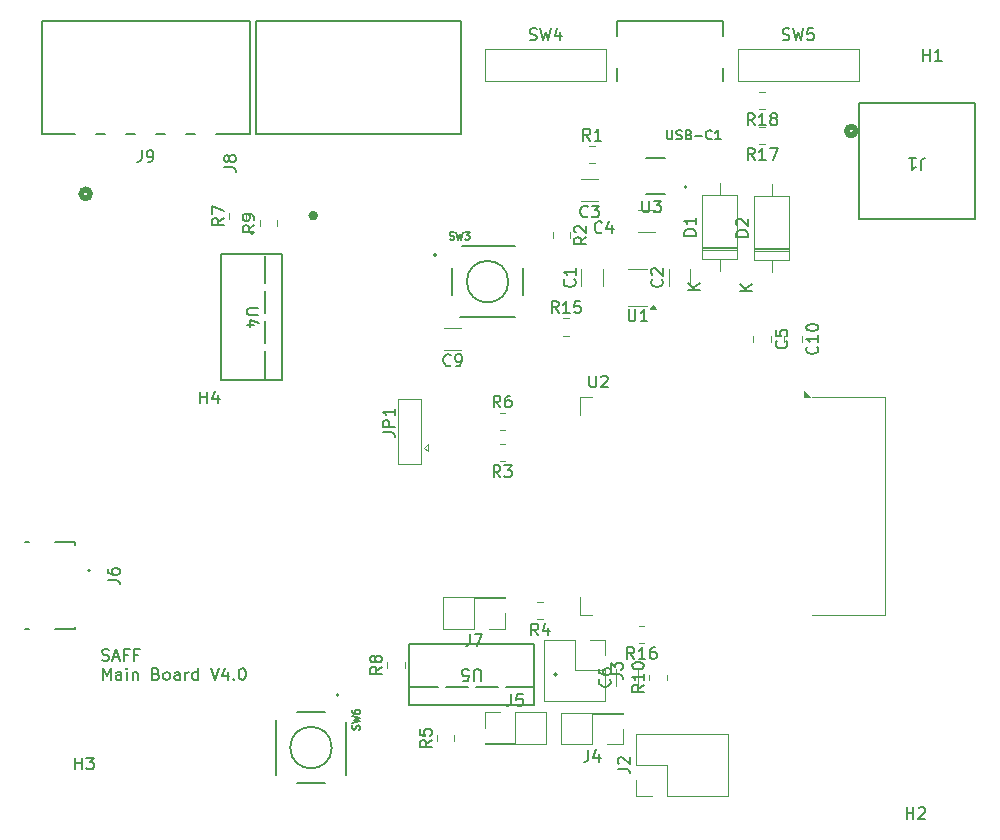
<source format=gbr>
%TF.GenerationSoftware,KiCad,Pcbnew,8.0.8*%
%TF.CreationDate,2025-04-07T16:11:34-05:00*%
%TF.ProjectId,Final Project V1,46696e61-6c20-4507-926f-6a6563742056,rev?*%
%TF.SameCoordinates,Original*%
%TF.FileFunction,Legend,Top*%
%TF.FilePolarity,Positive*%
%FSLAX46Y46*%
G04 Gerber Fmt 4.6, Leading zero omitted, Abs format (unit mm)*
G04 Created by KiCad (PCBNEW 8.0.8) date 2025-04-07 16:11:34*
%MOMM*%
%LPD*%
G01*
G04 APERTURE LIST*
%ADD10C,0.200000*%
%ADD11C,0.150000*%
%ADD12C,0.152400*%
%ADD13C,0.508000*%
%ADD14C,0.127000*%
%ADD15C,0.120000*%
%ADD16C,0.400000*%
G04 APERTURE END LIST*
D10*
X152322054Y-123009656D02*
X152464911Y-123057275D01*
X152464911Y-123057275D02*
X152703006Y-123057275D01*
X152703006Y-123057275D02*
X152798244Y-123009656D01*
X152798244Y-123009656D02*
X152845863Y-122962036D01*
X152845863Y-122962036D02*
X152893482Y-122866798D01*
X152893482Y-122866798D02*
X152893482Y-122771560D01*
X152893482Y-122771560D02*
X152845863Y-122676322D01*
X152845863Y-122676322D02*
X152798244Y-122628703D01*
X152798244Y-122628703D02*
X152703006Y-122581084D01*
X152703006Y-122581084D02*
X152512530Y-122533465D01*
X152512530Y-122533465D02*
X152417292Y-122485846D01*
X152417292Y-122485846D02*
X152369673Y-122438227D01*
X152369673Y-122438227D02*
X152322054Y-122342989D01*
X152322054Y-122342989D02*
X152322054Y-122247751D01*
X152322054Y-122247751D02*
X152369673Y-122152513D01*
X152369673Y-122152513D02*
X152417292Y-122104894D01*
X152417292Y-122104894D02*
X152512530Y-122057275D01*
X152512530Y-122057275D02*
X152750625Y-122057275D01*
X152750625Y-122057275D02*
X152893482Y-122104894D01*
X153274435Y-122771560D02*
X153750625Y-122771560D01*
X153179197Y-123057275D02*
X153512530Y-122057275D01*
X153512530Y-122057275D02*
X153845863Y-123057275D01*
X154512530Y-122533465D02*
X154179197Y-122533465D01*
X154179197Y-123057275D02*
X154179197Y-122057275D01*
X154179197Y-122057275D02*
X154655387Y-122057275D01*
X155369673Y-122533465D02*
X155036340Y-122533465D01*
X155036340Y-123057275D02*
X155036340Y-122057275D01*
X155036340Y-122057275D02*
X155512530Y-122057275D01*
X152369673Y-124667219D02*
X152369673Y-123667219D01*
X152369673Y-123667219D02*
X152703006Y-124381504D01*
X152703006Y-124381504D02*
X153036339Y-123667219D01*
X153036339Y-123667219D02*
X153036339Y-124667219D01*
X153941101Y-124667219D02*
X153941101Y-124143409D01*
X153941101Y-124143409D02*
X153893482Y-124048171D01*
X153893482Y-124048171D02*
X153798244Y-124000552D01*
X153798244Y-124000552D02*
X153607768Y-124000552D01*
X153607768Y-124000552D02*
X153512530Y-124048171D01*
X153941101Y-124619600D02*
X153845863Y-124667219D01*
X153845863Y-124667219D02*
X153607768Y-124667219D01*
X153607768Y-124667219D02*
X153512530Y-124619600D01*
X153512530Y-124619600D02*
X153464911Y-124524361D01*
X153464911Y-124524361D02*
X153464911Y-124429123D01*
X153464911Y-124429123D02*
X153512530Y-124333885D01*
X153512530Y-124333885D02*
X153607768Y-124286266D01*
X153607768Y-124286266D02*
X153845863Y-124286266D01*
X153845863Y-124286266D02*
X153941101Y-124238647D01*
X154417292Y-124667219D02*
X154417292Y-124000552D01*
X154417292Y-123667219D02*
X154369673Y-123714838D01*
X154369673Y-123714838D02*
X154417292Y-123762457D01*
X154417292Y-123762457D02*
X154464911Y-123714838D01*
X154464911Y-123714838D02*
X154417292Y-123667219D01*
X154417292Y-123667219D02*
X154417292Y-123762457D01*
X154893482Y-124000552D02*
X154893482Y-124667219D01*
X154893482Y-124095790D02*
X154941101Y-124048171D01*
X154941101Y-124048171D02*
X155036339Y-124000552D01*
X155036339Y-124000552D02*
X155179196Y-124000552D01*
X155179196Y-124000552D02*
X155274434Y-124048171D01*
X155274434Y-124048171D02*
X155322053Y-124143409D01*
X155322053Y-124143409D02*
X155322053Y-124667219D01*
X156893482Y-124143409D02*
X157036339Y-124191028D01*
X157036339Y-124191028D02*
X157083958Y-124238647D01*
X157083958Y-124238647D02*
X157131577Y-124333885D01*
X157131577Y-124333885D02*
X157131577Y-124476742D01*
X157131577Y-124476742D02*
X157083958Y-124571980D01*
X157083958Y-124571980D02*
X157036339Y-124619600D01*
X157036339Y-124619600D02*
X156941101Y-124667219D01*
X156941101Y-124667219D02*
X156560149Y-124667219D01*
X156560149Y-124667219D02*
X156560149Y-123667219D01*
X156560149Y-123667219D02*
X156893482Y-123667219D01*
X156893482Y-123667219D02*
X156988720Y-123714838D01*
X156988720Y-123714838D02*
X157036339Y-123762457D01*
X157036339Y-123762457D02*
X157083958Y-123857695D01*
X157083958Y-123857695D02*
X157083958Y-123952933D01*
X157083958Y-123952933D02*
X157036339Y-124048171D01*
X157036339Y-124048171D02*
X156988720Y-124095790D01*
X156988720Y-124095790D02*
X156893482Y-124143409D01*
X156893482Y-124143409D02*
X156560149Y-124143409D01*
X157703006Y-124667219D02*
X157607768Y-124619600D01*
X157607768Y-124619600D02*
X157560149Y-124571980D01*
X157560149Y-124571980D02*
X157512530Y-124476742D01*
X157512530Y-124476742D02*
X157512530Y-124191028D01*
X157512530Y-124191028D02*
X157560149Y-124095790D01*
X157560149Y-124095790D02*
X157607768Y-124048171D01*
X157607768Y-124048171D02*
X157703006Y-124000552D01*
X157703006Y-124000552D02*
X157845863Y-124000552D01*
X157845863Y-124000552D02*
X157941101Y-124048171D01*
X157941101Y-124048171D02*
X157988720Y-124095790D01*
X157988720Y-124095790D02*
X158036339Y-124191028D01*
X158036339Y-124191028D02*
X158036339Y-124476742D01*
X158036339Y-124476742D02*
X157988720Y-124571980D01*
X157988720Y-124571980D02*
X157941101Y-124619600D01*
X157941101Y-124619600D02*
X157845863Y-124667219D01*
X157845863Y-124667219D02*
X157703006Y-124667219D01*
X158893482Y-124667219D02*
X158893482Y-124143409D01*
X158893482Y-124143409D02*
X158845863Y-124048171D01*
X158845863Y-124048171D02*
X158750625Y-124000552D01*
X158750625Y-124000552D02*
X158560149Y-124000552D01*
X158560149Y-124000552D02*
X158464911Y-124048171D01*
X158893482Y-124619600D02*
X158798244Y-124667219D01*
X158798244Y-124667219D02*
X158560149Y-124667219D01*
X158560149Y-124667219D02*
X158464911Y-124619600D01*
X158464911Y-124619600D02*
X158417292Y-124524361D01*
X158417292Y-124524361D02*
X158417292Y-124429123D01*
X158417292Y-124429123D02*
X158464911Y-124333885D01*
X158464911Y-124333885D02*
X158560149Y-124286266D01*
X158560149Y-124286266D02*
X158798244Y-124286266D01*
X158798244Y-124286266D02*
X158893482Y-124238647D01*
X159369673Y-124667219D02*
X159369673Y-124000552D01*
X159369673Y-124191028D02*
X159417292Y-124095790D01*
X159417292Y-124095790D02*
X159464911Y-124048171D01*
X159464911Y-124048171D02*
X159560149Y-124000552D01*
X159560149Y-124000552D02*
X159655387Y-124000552D01*
X160417292Y-124667219D02*
X160417292Y-123667219D01*
X160417292Y-124619600D02*
X160322054Y-124667219D01*
X160322054Y-124667219D02*
X160131578Y-124667219D01*
X160131578Y-124667219D02*
X160036340Y-124619600D01*
X160036340Y-124619600D02*
X159988721Y-124571980D01*
X159988721Y-124571980D02*
X159941102Y-124476742D01*
X159941102Y-124476742D02*
X159941102Y-124191028D01*
X159941102Y-124191028D02*
X159988721Y-124095790D01*
X159988721Y-124095790D02*
X160036340Y-124048171D01*
X160036340Y-124048171D02*
X160131578Y-124000552D01*
X160131578Y-124000552D02*
X160322054Y-124000552D01*
X160322054Y-124000552D02*
X160417292Y-124048171D01*
X161512531Y-123667219D02*
X161845864Y-124667219D01*
X161845864Y-124667219D02*
X162179197Y-123667219D01*
X162941102Y-124000552D02*
X162941102Y-124667219D01*
X162703007Y-123619600D02*
X162464912Y-124333885D01*
X162464912Y-124333885D02*
X163083959Y-124333885D01*
X163464912Y-124571980D02*
X163512531Y-124619600D01*
X163512531Y-124619600D02*
X163464912Y-124667219D01*
X163464912Y-124667219D02*
X163417293Y-124619600D01*
X163417293Y-124619600D02*
X163464912Y-124571980D01*
X163464912Y-124571980D02*
X163464912Y-124667219D01*
X164131578Y-123667219D02*
X164226816Y-123667219D01*
X164226816Y-123667219D02*
X164322054Y-123714838D01*
X164322054Y-123714838D02*
X164369673Y-123762457D01*
X164369673Y-123762457D02*
X164417292Y-123857695D01*
X164417292Y-123857695D02*
X164464911Y-124048171D01*
X164464911Y-124048171D02*
X164464911Y-124286266D01*
X164464911Y-124286266D02*
X164417292Y-124476742D01*
X164417292Y-124476742D02*
X164369673Y-124571980D01*
X164369673Y-124571980D02*
X164322054Y-124619600D01*
X164322054Y-124619600D02*
X164226816Y-124667219D01*
X164226816Y-124667219D02*
X164131578Y-124667219D01*
X164131578Y-124667219D02*
X164036340Y-124619600D01*
X164036340Y-124619600D02*
X163988721Y-124571980D01*
X163988721Y-124571980D02*
X163941102Y-124476742D01*
X163941102Y-124476742D02*
X163893483Y-124286266D01*
X163893483Y-124286266D02*
X163893483Y-124048171D01*
X163893483Y-124048171D02*
X163941102Y-123857695D01*
X163941102Y-123857695D02*
X163988721Y-123762457D01*
X163988721Y-123762457D02*
X164036340Y-123714838D01*
X164036340Y-123714838D02*
X164131578Y-123667219D01*
D11*
X184361904Y-124745180D02*
X184361904Y-123935657D01*
X184361904Y-123935657D02*
X184314285Y-123840419D01*
X184314285Y-123840419D02*
X184266666Y-123792800D01*
X184266666Y-123792800D02*
X184171428Y-123745180D01*
X184171428Y-123745180D02*
X183980952Y-123745180D01*
X183980952Y-123745180D02*
X183885714Y-123792800D01*
X183885714Y-123792800D02*
X183838095Y-123840419D01*
X183838095Y-123840419D02*
X183790476Y-123935657D01*
X183790476Y-123935657D02*
X183790476Y-124745180D01*
X182838095Y-124745180D02*
X183314285Y-124745180D01*
X183314285Y-124745180D02*
X183361904Y-124268990D01*
X183361904Y-124268990D02*
X183314285Y-124316609D01*
X183314285Y-124316609D02*
X183219047Y-124364228D01*
X183219047Y-124364228D02*
X182980952Y-124364228D01*
X182980952Y-124364228D02*
X182885714Y-124316609D01*
X182885714Y-124316609D02*
X182838095Y-124268990D01*
X182838095Y-124268990D02*
X182790476Y-124173752D01*
X182790476Y-124173752D02*
X182790476Y-123935657D01*
X182790476Y-123935657D02*
X182838095Y-123840419D01*
X182838095Y-123840419D02*
X182885714Y-123792800D01*
X182885714Y-123792800D02*
X182980952Y-123745180D01*
X182980952Y-123745180D02*
X183219047Y-123745180D01*
X183219047Y-123745180D02*
X183314285Y-123792800D01*
X183314285Y-123792800D02*
X183361904Y-123840419D01*
X165545180Y-93178095D02*
X164735657Y-93178095D01*
X164735657Y-93178095D02*
X164640419Y-93225714D01*
X164640419Y-93225714D02*
X164592800Y-93273333D01*
X164592800Y-93273333D02*
X164545180Y-93368571D01*
X164545180Y-93368571D02*
X164545180Y-93559047D01*
X164545180Y-93559047D02*
X164592800Y-93654285D01*
X164592800Y-93654285D02*
X164640419Y-93701904D01*
X164640419Y-93701904D02*
X164735657Y-93749523D01*
X164735657Y-93749523D02*
X165545180Y-93749523D01*
X165211847Y-94654285D02*
X164545180Y-94654285D01*
X165592800Y-94416190D02*
X164878514Y-94178095D01*
X164878514Y-94178095D02*
X164878514Y-94797142D01*
X155666666Y-79804519D02*
X155666666Y-80518804D01*
X155666666Y-80518804D02*
X155619047Y-80661661D01*
X155619047Y-80661661D02*
X155523809Y-80756900D01*
X155523809Y-80756900D02*
X155380952Y-80804519D01*
X155380952Y-80804519D02*
X155285714Y-80804519D01*
X156190476Y-80804519D02*
X156380952Y-80804519D01*
X156380952Y-80804519D02*
X156476190Y-80756900D01*
X156476190Y-80756900D02*
X156523809Y-80709280D01*
X156523809Y-80709280D02*
X156619047Y-80566423D01*
X156619047Y-80566423D02*
X156666666Y-80375947D01*
X156666666Y-80375947D02*
X156666666Y-79994995D01*
X156666666Y-79994995D02*
X156619047Y-79899757D01*
X156619047Y-79899757D02*
X156571428Y-79852138D01*
X156571428Y-79852138D02*
X156476190Y-79804519D01*
X156476190Y-79804519D02*
X156285714Y-79804519D01*
X156285714Y-79804519D02*
X156190476Y-79852138D01*
X156190476Y-79852138D02*
X156142857Y-79899757D01*
X156142857Y-79899757D02*
X156095238Y-79994995D01*
X156095238Y-79994995D02*
X156095238Y-80233090D01*
X156095238Y-80233090D02*
X156142857Y-80328328D01*
X156142857Y-80328328D02*
X156190476Y-80375947D01*
X156190476Y-80375947D02*
X156285714Y-80423566D01*
X156285714Y-80423566D02*
X156476190Y-80423566D01*
X156476190Y-80423566D02*
X156571428Y-80375947D01*
X156571428Y-80375947D02*
X156619047Y-80328328D01*
X156619047Y-80328328D02*
X156666666Y-80233090D01*
X152789819Y-116208333D02*
X153504104Y-116208333D01*
X153504104Y-116208333D02*
X153646961Y-116255952D01*
X153646961Y-116255952D02*
X153742200Y-116351190D01*
X153742200Y-116351190D02*
X153789819Y-116494047D01*
X153789819Y-116494047D02*
X153789819Y-116589285D01*
X152789819Y-115303571D02*
X152789819Y-115494047D01*
X152789819Y-115494047D02*
X152837438Y-115589285D01*
X152837438Y-115589285D02*
X152885057Y-115636904D01*
X152885057Y-115636904D02*
X153027914Y-115732142D01*
X153027914Y-115732142D02*
X153218390Y-115779761D01*
X153218390Y-115779761D02*
X153599342Y-115779761D01*
X153599342Y-115779761D02*
X153694580Y-115732142D01*
X153694580Y-115732142D02*
X153742200Y-115684523D01*
X153742200Y-115684523D02*
X153789819Y-115589285D01*
X153789819Y-115589285D02*
X153789819Y-115398809D01*
X153789819Y-115398809D02*
X153742200Y-115303571D01*
X153742200Y-115303571D02*
X153694580Y-115255952D01*
X153694580Y-115255952D02*
X153599342Y-115208333D01*
X153599342Y-115208333D02*
X153361247Y-115208333D01*
X153361247Y-115208333D02*
X153266009Y-115255952D01*
X153266009Y-115255952D02*
X153218390Y-115303571D01*
X153218390Y-115303571D02*
X153170771Y-115398809D01*
X153170771Y-115398809D02*
X153170771Y-115589285D01*
X153170771Y-115589285D02*
X153218390Y-115684523D01*
X153218390Y-115684523D02*
X153266009Y-115732142D01*
X153266009Y-115732142D02*
X153361247Y-115779761D01*
X174098315Y-128878156D02*
X174128345Y-128788064D01*
X174128345Y-128788064D02*
X174128345Y-128637911D01*
X174128345Y-128637911D02*
X174098315Y-128577850D01*
X174098315Y-128577850D02*
X174068284Y-128547819D01*
X174068284Y-128547819D02*
X174008223Y-128517789D01*
X174008223Y-128517789D02*
X173948161Y-128517789D01*
X173948161Y-128517789D02*
X173888100Y-128547819D01*
X173888100Y-128547819D02*
X173858070Y-128577850D01*
X173858070Y-128577850D02*
X173828039Y-128637911D01*
X173828039Y-128637911D02*
X173798008Y-128758034D01*
X173798008Y-128758034D02*
X173767978Y-128818095D01*
X173767978Y-128818095D02*
X173737947Y-128848125D01*
X173737947Y-128848125D02*
X173677886Y-128878156D01*
X173677886Y-128878156D02*
X173617825Y-128878156D01*
X173617825Y-128878156D02*
X173557763Y-128848125D01*
X173557763Y-128848125D02*
X173527733Y-128818095D01*
X173527733Y-128818095D02*
X173497702Y-128758034D01*
X173497702Y-128758034D02*
X173497702Y-128607880D01*
X173497702Y-128607880D02*
X173527733Y-128517789D01*
X173497702Y-128307575D02*
X174128345Y-128157422D01*
X174128345Y-128157422D02*
X173677886Y-128037299D01*
X173677886Y-128037299D02*
X174128345Y-127917177D01*
X174128345Y-127917177D02*
X173497702Y-127767024D01*
X173497702Y-127256503D02*
X173497702Y-127376625D01*
X173497702Y-127376625D02*
X173527733Y-127436687D01*
X173527733Y-127436687D02*
X173557763Y-127466717D01*
X173557763Y-127466717D02*
X173647855Y-127526778D01*
X173647855Y-127526778D02*
X173767978Y-127556809D01*
X173767978Y-127556809D02*
X174008223Y-127556809D01*
X174008223Y-127556809D02*
X174068284Y-127526778D01*
X174068284Y-127526778D02*
X174098315Y-127496748D01*
X174098315Y-127496748D02*
X174128345Y-127436687D01*
X174128345Y-127436687D02*
X174128345Y-127316564D01*
X174128345Y-127316564D02*
X174098315Y-127256503D01*
X174098315Y-127256503D02*
X174068284Y-127226472D01*
X174068284Y-127226472D02*
X174008223Y-127196442D01*
X174008223Y-127196442D02*
X173858070Y-127196442D01*
X173858070Y-127196442D02*
X173798008Y-127226472D01*
X173798008Y-127226472D02*
X173767978Y-127256503D01*
X173767978Y-127256503D02*
X173737947Y-127316564D01*
X173737947Y-127316564D02*
X173737947Y-127436687D01*
X173737947Y-127436687D02*
X173767978Y-127496748D01*
X173767978Y-127496748D02*
X173798008Y-127526778D01*
X173798008Y-127526778D02*
X173858070Y-127556809D01*
X206984819Y-87138094D02*
X205984819Y-87138094D01*
X205984819Y-87138094D02*
X205984819Y-86899999D01*
X205984819Y-86899999D02*
X206032438Y-86757142D01*
X206032438Y-86757142D02*
X206127676Y-86661904D01*
X206127676Y-86661904D02*
X206222914Y-86614285D01*
X206222914Y-86614285D02*
X206413390Y-86566666D01*
X206413390Y-86566666D02*
X206556247Y-86566666D01*
X206556247Y-86566666D02*
X206746723Y-86614285D01*
X206746723Y-86614285D02*
X206841961Y-86661904D01*
X206841961Y-86661904D02*
X206937200Y-86757142D01*
X206937200Y-86757142D02*
X206984819Y-86899999D01*
X206984819Y-86899999D02*
X206984819Y-87138094D01*
X206080057Y-86185713D02*
X206032438Y-86138094D01*
X206032438Y-86138094D02*
X205984819Y-86042856D01*
X205984819Y-86042856D02*
X205984819Y-85804761D01*
X205984819Y-85804761D02*
X206032438Y-85709523D01*
X206032438Y-85709523D02*
X206080057Y-85661904D01*
X206080057Y-85661904D02*
X206175295Y-85614285D01*
X206175295Y-85614285D02*
X206270533Y-85614285D01*
X206270533Y-85614285D02*
X206413390Y-85661904D01*
X206413390Y-85661904D02*
X206984819Y-86233332D01*
X206984819Y-86233332D02*
X206984819Y-85614285D01*
X207354819Y-91741904D02*
X206354819Y-91741904D01*
X207354819Y-91170476D02*
X206783390Y-91599047D01*
X206354819Y-91170476D02*
X206926247Y-91741904D01*
X150038095Y-132254819D02*
X150038095Y-131254819D01*
X150038095Y-131731009D02*
X150609523Y-131731009D01*
X150609523Y-132254819D02*
X150609523Y-131254819D01*
X150990476Y-131254819D02*
X151609523Y-131254819D01*
X151609523Y-131254819D02*
X151276190Y-131635771D01*
X151276190Y-131635771D02*
X151419047Y-131635771D01*
X151419047Y-131635771D02*
X151514285Y-131683390D01*
X151514285Y-131683390D02*
X151561904Y-131731009D01*
X151561904Y-131731009D02*
X151609523Y-131826247D01*
X151609523Y-131826247D02*
X151609523Y-132064342D01*
X151609523Y-132064342D02*
X151561904Y-132159580D01*
X151561904Y-132159580D02*
X151514285Y-132207200D01*
X151514285Y-132207200D02*
X151419047Y-132254819D01*
X151419047Y-132254819D02*
X151133333Y-132254819D01*
X151133333Y-132254819D02*
X151038095Y-132207200D01*
X151038095Y-132207200D02*
X150990476Y-132159580D01*
X186033333Y-107504819D02*
X185700000Y-107028628D01*
X185461905Y-107504819D02*
X185461905Y-106504819D01*
X185461905Y-106504819D02*
X185842857Y-106504819D01*
X185842857Y-106504819D02*
X185938095Y-106552438D01*
X185938095Y-106552438D02*
X185985714Y-106600057D01*
X185985714Y-106600057D02*
X186033333Y-106695295D01*
X186033333Y-106695295D02*
X186033333Y-106838152D01*
X186033333Y-106838152D02*
X185985714Y-106933390D01*
X185985714Y-106933390D02*
X185938095Y-106981009D01*
X185938095Y-106981009D02*
X185842857Y-107028628D01*
X185842857Y-107028628D02*
X185461905Y-107028628D01*
X186366667Y-106504819D02*
X186985714Y-106504819D01*
X186985714Y-106504819D02*
X186652381Y-106885771D01*
X186652381Y-106885771D02*
X186795238Y-106885771D01*
X186795238Y-106885771D02*
X186890476Y-106933390D01*
X186890476Y-106933390D02*
X186938095Y-106981009D01*
X186938095Y-106981009D02*
X186985714Y-107076247D01*
X186985714Y-107076247D02*
X186985714Y-107314342D01*
X186985714Y-107314342D02*
X186938095Y-107409580D01*
X186938095Y-107409580D02*
X186890476Y-107457200D01*
X186890476Y-107457200D02*
X186795238Y-107504819D01*
X186795238Y-107504819D02*
X186509524Y-107504819D01*
X186509524Y-107504819D02*
X186414286Y-107457200D01*
X186414286Y-107457200D02*
X186366667Y-107409580D01*
X209926667Y-70467200D02*
X210069524Y-70514819D01*
X210069524Y-70514819D02*
X210307619Y-70514819D01*
X210307619Y-70514819D02*
X210402857Y-70467200D01*
X210402857Y-70467200D02*
X210450476Y-70419580D01*
X210450476Y-70419580D02*
X210498095Y-70324342D01*
X210498095Y-70324342D02*
X210498095Y-70229104D01*
X210498095Y-70229104D02*
X210450476Y-70133866D01*
X210450476Y-70133866D02*
X210402857Y-70086247D01*
X210402857Y-70086247D02*
X210307619Y-70038628D01*
X210307619Y-70038628D02*
X210117143Y-69991009D01*
X210117143Y-69991009D02*
X210021905Y-69943390D01*
X210021905Y-69943390D02*
X209974286Y-69895771D01*
X209974286Y-69895771D02*
X209926667Y-69800533D01*
X209926667Y-69800533D02*
X209926667Y-69705295D01*
X209926667Y-69705295D02*
X209974286Y-69610057D01*
X209974286Y-69610057D02*
X210021905Y-69562438D01*
X210021905Y-69562438D02*
X210117143Y-69514819D01*
X210117143Y-69514819D02*
X210355238Y-69514819D01*
X210355238Y-69514819D02*
X210498095Y-69562438D01*
X210831429Y-69514819D02*
X211069524Y-70514819D01*
X211069524Y-70514819D02*
X211260000Y-69800533D01*
X211260000Y-69800533D02*
X211450476Y-70514819D01*
X211450476Y-70514819D02*
X211688572Y-69514819D01*
X212545714Y-69514819D02*
X212069524Y-69514819D01*
X212069524Y-69514819D02*
X212021905Y-69991009D01*
X212021905Y-69991009D02*
X212069524Y-69943390D01*
X212069524Y-69943390D02*
X212164762Y-69895771D01*
X212164762Y-69895771D02*
X212402857Y-69895771D01*
X212402857Y-69895771D02*
X212498095Y-69943390D01*
X212498095Y-69943390D02*
X212545714Y-69991009D01*
X212545714Y-69991009D02*
X212593333Y-70086247D01*
X212593333Y-70086247D02*
X212593333Y-70324342D01*
X212593333Y-70324342D02*
X212545714Y-70419580D01*
X212545714Y-70419580D02*
X212498095Y-70467200D01*
X212498095Y-70467200D02*
X212402857Y-70514819D01*
X212402857Y-70514819D02*
X212164762Y-70514819D01*
X212164762Y-70514819D02*
X212069524Y-70467200D01*
X212069524Y-70467200D02*
X212021905Y-70419580D01*
X220438095Y-136454819D02*
X220438095Y-135454819D01*
X220438095Y-135931009D02*
X221009523Y-135931009D01*
X221009523Y-136454819D02*
X221009523Y-135454819D01*
X221438095Y-135550057D02*
X221485714Y-135502438D01*
X221485714Y-135502438D02*
X221580952Y-135454819D01*
X221580952Y-135454819D02*
X221819047Y-135454819D01*
X221819047Y-135454819D02*
X221914285Y-135502438D01*
X221914285Y-135502438D02*
X221961904Y-135550057D01*
X221961904Y-135550057D02*
X222009523Y-135645295D01*
X222009523Y-135645295D02*
X222009523Y-135740533D01*
X222009523Y-135740533D02*
X221961904Y-135883390D01*
X221961904Y-135883390D02*
X221390476Y-136454819D01*
X221390476Y-136454819D02*
X222009523Y-136454819D01*
X198063095Y-84089819D02*
X198063095Y-84899342D01*
X198063095Y-84899342D02*
X198110714Y-84994580D01*
X198110714Y-84994580D02*
X198158333Y-85042200D01*
X198158333Y-85042200D02*
X198253571Y-85089819D01*
X198253571Y-85089819D02*
X198444047Y-85089819D01*
X198444047Y-85089819D02*
X198539285Y-85042200D01*
X198539285Y-85042200D02*
X198586904Y-84994580D01*
X198586904Y-84994580D02*
X198634523Y-84899342D01*
X198634523Y-84899342D02*
X198634523Y-84089819D01*
X199015476Y-84089819D02*
X199634523Y-84089819D01*
X199634523Y-84089819D02*
X199301190Y-84470771D01*
X199301190Y-84470771D02*
X199444047Y-84470771D01*
X199444047Y-84470771D02*
X199539285Y-84518390D01*
X199539285Y-84518390D02*
X199586904Y-84566009D01*
X199586904Y-84566009D02*
X199634523Y-84661247D01*
X199634523Y-84661247D02*
X199634523Y-84899342D01*
X199634523Y-84899342D02*
X199586904Y-84994580D01*
X199586904Y-84994580D02*
X199539285Y-85042200D01*
X199539285Y-85042200D02*
X199444047Y-85089819D01*
X199444047Y-85089819D02*
X199158333Y-85089819D01*
X199158333Y-85089819D02*
X199063095Y-85042200D01*
X199063095Y-85042200D02*
X199015476Y-84994580D01*
X207557142Y-77704819D02*
X207223809Y-77228628D01*
X206985714Y-77704819D02*
X206985714Y-76704819D01*
X206985714Y-76704819D02*
X207366666Y-76704819D01*
X207366666Y-76704819D02*
X207461904Y-76752438D01*
X207461904Y-76752438D02*
X207509523Y-76800057D01*
X207509523Y-76800057D02*
X207557142Y-76895295D01*
X207557142Y-76895295D02*
X207557142Y-77038152D01*
X207557142Y-77038152D02*
X207509523Y-77133390D01*
X207509523Y-77133390D02*
X207461904Y-77181009D01*
X207461904Y-77181009D02*
X207366666Y-77228628D01*
X207366666Y-77228628D02*
X206985714Y-77228628D01*
X208509523Y-77704819D02*
X207938095Y-77704819D01*
X208223809Y-77704819D02*
X208223809Y-76704819D01*
X208223809Y-76704819D02*
X208128571Y-76847676D01*
X208128571Y-76847676D02*
X208033333Y-76942914D01*
X208033333Y-76942914D02*
X207938095Y-76990533D01*
X209080952Y-77133390D02*
X208985714Y-77085771D01*
X208985714Y-77085771D02*
X208938095Y-77038152D01*
X208938095Y-77038152D02*
X208890476Y-76942914D01*
X208890476Y-76942914D02*
X208890476Y-76895295D01*
X208890476Y-76895295D02*
X208938095Y-76800057D01*
X208938095Y-76800057D02*
X208985714Y-76752438D01*
X208985714Y-76752438D02*
X209080952Y-76704819D01*
X209080952Y-76704819D02*
X209271428Y-76704819D01*
X209271428Y-76704819D02*
X209366666Y-76752438D01*
X209366666Y-76752438D02*
X209414285Y-76800057D01*
X209414285Y-76800057D02*
X209461904Y-76895295D01*
X209461904Y-76895295D02*
X209461904Y-76942914D01*
X209461904Y-76942914D02*
X209414285Y-77038152D01*
X209414285Y-77038152D02*
X209366666Y-77085771D01*
X209366666Y-77085771D02*
X209271428Y-77133390D01*
X209271428Y-77133390D02*
X209080952Y-77133390D01*
X209080952Y-77133390D02*
X208985714Y-77181009D01*
X208985714Y-77181009D02*
X208938095Y-77228628D01*
X208938095Y-77228628D02*
X208890476Y-77323866D01*
X208890476Y-77323866D02*
X208890476Y-77514342D01*
X208890476Y-77514342D02*
X208938095Y-77609580D01*
X208938095Y-77609580D02*
X208985714Y-77657200D01*
X208985714Y-77657200D02*
X209080952Y-77704819D01*
X209080952Y-77704819D02*
X209271428Y-77704819D01*
X209271428Y-77704819D02*
X209366666Y-77657200D01*
X209366666Y-77657200D02*
X209414285Y-77609580D01*
X209414285Y-77609580D02*
X209461904Y-77514342D01*
X209461904Y-77514342D02*
X209461904Y-77323866D01*
X209461904Y-77323866D02*
X209414285Y-77228628D01*
X209414285Y-77228628D02*
X209366666Y-77181009D01*
X209366666Y-77181009D02*
X209271428Y-77133390D01*
X193578095Y-98904819D02*
X193578095Y-99714342D01*
X193578095Y-99714342D02*
X193625714Y-99809580D01*
X193625714Y-99809580D02*
X193673333Y-99857200D01*
X193673333Y-99857200D02*
X193768571Y-99904819D01*
X193768571Y-99904819D02*
X193959047Y-99904819D01*
X193959047Y-99904819D02*
X194054285Y-99857200D01*
X194054285Y-99857200D02*
X194101904Y-99809580D01*
X194101904Y-99809580D02*
X194149523Y-99714342D01*
X194149523Y-99714342D02*
X194149523Y-98904819D01*
X194578095Y-99000057D02*
X194625714Y-98952438D01*
X194625714Y-98952438D02*
X194720952Y-98904819D01*
X194720952Y-98904819D02*
X194959047Y-98904819D01*
X194959047Y-98904819D02*
X195054285Y-98952438D01*
X195054285Y-98952438D02*
X195101904Y-99000057D01*
X195101904Y-99000057D02*
X195149523Y-99095295D01*
X195149523Y-99095295D02*
X195149523Y-99190533D01*
X195149523Y-99190533D02*
X195101904Y-99333390D01*
X195101904Y-99333390D02*
X194530476Y-99904819D01*
X194530476Y-99904819D02*
X195149523Y-99904819D01*
X176079819Y-103708333D02*
X176794104Y-103708333D01*
X176794104Y-103708333D02*
X176936961Y-103755952D01*
X176936961Y-103755952D02*
X177032200Y-103851190D01*
X177032200Y-103851190D02*
X177079819Y-103994047D01*
X177079819Y-103994047D02*
X177079819Y-104089285D01*
X177079819Y-103232142D02*
X176079819Y-103232142D01*
X176079819Y-103232142D02*
X176079819Y-102851190D01*
X176079819Y-102851190D02*
X176127438Y-102755952D01*
X176127438Y-102755952D02*
X176175057Y-102708333D01*
X176175057Y-102708333D02*
X176270295Y-102660714D01*
X176270295Y-102660714D02*
X176413152Y-102660714D01*
X176413152Y-102660714D02*
X176508390Y-102708333D01*
X176508390Y-102708333D02*
X176556009Y-102755952D01*
X176556009Y-102755952D02*
X176603628Y-102851190D01*
X176603628Y-102851190D02*
X176603628Y-103232142D01*
X177079819Y-101708333D02*
X177079819Y-102279761D01*
X177079819Y-101994047D02*
X176079819Y-101994047D01*
X176079819Y-101994047D02*
X176222676Y-102089285D01*
X176222676Y-102089285D02*
X176317914Y-102184523D01*
X176317914Y-102184523D02*
X176365533Y-102279761D01*
X165204819Y-86166666D02*
X164728628Y-86499999D01*
X165204819Y-86738094D02*
X164204819Y-86738094D01*
X164204819Y-86738094D02*
X164204819Y-86357142D01*
X164204819Y-86357142D02*
X164252438Y-86261904D01*
X164252438Y-86261904D02*
X164300057Y-86214285D01*
X164300057Y-86214285D02*
X164395295Y-86166666D01*
X164395295Y-86166666D02*
X164538152Y-86166666D01*
X164538152Y-86166666D02*
X164633390Y-86214285D01*
X164633390Y-86214285D02*
X164681009Y-86261904D01*
X164681009Y-86261904D02*
X164728628Y-86357142D01*
X164728628Y-86357142D02*
X164728628Y-86738094D01*
X165204819Y-85690475D02*
X165204819Y-85499999D01*
X165204819Y-85499999D02*
X165157200Y-85404761D01*
X165157200Y-85404761D02*
X165109580Y-85357142D01*
X165109580Y-85357142D02*
X164966723Y-85261904D01*
X164966723Y-85261904D02*
X164776247Y-85214285D01*
X164776247Y-85214285D02*
X164395295Y-85214285D01*
X164395295Y-85214285D02*
X164300057Y-85261904D01*
X164300057Y-85261904D02*
X164252438Y-85309523D01*
X164252438Y-85309523D02*
X164204819Y-85404761D01*
X164204819Y-85404761D02*
X164204819Y-85595237D01*
X164204819Y-85595237D02*
X164252438Y-85690475D01*
X164252438Y-85690475D02*
X164300057Y-85738094D01*
X164300057Y-85738094D02*
X164395295Y-85785713D01*
X164395295Y-85785713D02*
X164633390Y-85785713D01*
X164633390Y-85785713D02*
X164728628Y-85738094D01*
X164728628Y-85738094D02*
X164776247Y-85690475D01*
X164776247Y-85690475D02*
X164823866Y-85595237D01*
X164823866Y-85595237D02*
X164823866Y-85404761D01*
X164823866Y-85404761D02*
X164776247Y-85309523D01*
X164776247Y-85309523D02*
X164728628Y-85261904D01*
X164728628Y-85261904D02*
X164633390Y-85214285D01*
X192309580Y-90766666D02*
X192357200Y-90814285D01*
X192357200Y-90814285D02*
X192404819Y-90957142D01*
X192404819Y-90957142D02*
X192404819Y-91052380D01*
X192404819Y-91052380D02*
X192357200Y-91195237D01*
X192357200Y-91195237D02*
X192261961Y-91290475D01*
X192261961Y-91290475D02*
X192166723Y-91338094D01*
X192166723Y-91338094D02*
X191976247Y-91385713D01*
X191976247Y-91385713D02*
X191833390Y-91385713D01*
X191833390Y-91385713D02*
X191642914Y-91338094D01*
X191642914Y-91338094D02*
X191547676Y-91290475D01*
X191547676Y-91290475D02*
X191452438Y-91195237D01*
X191452438Y-91195237D02*
X191404819Y-91052380D01*
X191404819Y-91052380D02*
X191404819Y-90957142D01*
X191404819Y-90957142D02*
X191452438Y-90814285D01*
X191452438Y-90814285D02*
X191500057Y-90766666D01*
X192404819Y-89814285D02*
X192404819Y-90385713D01*
X192404819Y-90099999D02*
X191404819Y-90099999D01*
X191404819Y-90099999D02*
X191547676Y-90195237D01*
X191547676Y-90195237D02*
X191642914Y-90290475D01*
X191642914Y-90290475D02*
X191690533Y-90385713D01*
X195384819Y-124203333D02*
X196099104Y-124203333D01*
X196099104Y-124203333D02*
X196241961Y-124250952D01*
X196241961Y-124250952D02*
X196337200Y-124346190D01*
X196337200Y-124346190D02*
X196384819Y-124489047D01*
X196384819Y-124489047D02*
X196384819Y-124584285D01*
X195384819Y-123822380D02*
X195384819Y-123203333D01*
X195384819Y-123203333D02*
X195765771Y-123536666D01*
X195765771Y-123536666D02*
X195765771Y-123393809D01*
X195765771Y-123393809D02*
X195813390Y-123298571D01*
X195813390Y-123298571D02*
X195861009Y-123250952D01*
X195861009Y-123250952D02*
X195956247Y-123203333D01*
X195956247Y-123203333D02*
X196194342Y-123203333D01*
X196194342Y-123203333D02*
X196289580Y-123250952D01*
X196289580Y-123250952D02*
X196337200Y-123298571D01*
X196337200Y-123298571D02*
X196384819Y-123393809D01*
X196384819Y-123393809D02*
X196384819Y-123679523D01*
X196384819Y-123679523D02*
X196337200Y-123774761D01*
X196337200Y-123774761D02*
X196289580Y-123822380D01*
X195284580Y-124616666D02*
X195332200Y-124664285D01*
X195332200Y-124664285D02*
X195379819Y-124807142D01*
X195379819Y-124807142D02*
X195379819Y-124902380D01*
X195379819Y-124902380D02*
X195332200Y-125045237D01*
X195332200Y-125045237D02*
X195236961Y-125140475D01*
X195236961Y-125140475D02*
X195141723Y-125188094D01*
X195141723Y-125188094D02*
X194951247Y-125235713D01*
X194951247Y-125235713D02*
X194808390Y-125235713D01*
X194808390Y-125235713D02*
X194617914Y-125188094D01*
X194617914Y-125188094D02*
X194522676Y-125140475D01*
X194522676Y-125140475D02*
X194427438Y-125045237D01*
X194427438Y-125045237D02*
X194379819Y-124902380D01*
X194379819Y-124902380D02*
X194379819Y-124807142D01*
X194379819Y-124807142D02*
X194427438Y-124664285D01*
X194427438Y-124664285D02*
X194475057Y-124616666D01*
X194379819Y-123759523D02*
X194379819Y-123949999D01*
X194379819Y-123949999D02*
X194427438Y-124045237D01*
X194427438Y-124045237D02*
X194475057Y-124092856D01*
X194475057Y-124092856D02*
X194617914Y-124188094D01*
X194617914Y-124188094D02*
X194808390Y-124235713D01*
X194808390Y-124235713D02*
X195189342Y-124235713D01*
X195189342Y-124235713D02*
X195284580Y-124188094D01*
X195284580Y-124188094D02*
X195332200Y-124140475D01*
X195332200Y-124140475D02*
X195379819Y-124045237D01*
X195379819Y-124045237D02*
X195379819Y-123854761D01*
X195379819Y-123854761D02*
X195332200Y-123759523D01*
X195332200Y-123759523D02*
X195284580Y-123711904D01*
X195284580Y-123711904D02*
X195189342Y-123664285D01*
X195189342Y-123664285D02*
X194951247Y-123664285D01*
X194951247Y-123664285D02*
X194856009Y-123711904D01*
X194856009Y-123711904D02*
X194808390Y-123759523D01*
X194808390Y-123759523D02*
X194760771Y-123854761D01*
X194760771Y-123854761D02*
X194760771Y-124045237D01*
X194760771Y-124045237D02*
X194808390Y-124140475D01*
X194808390Y-124140475D02*
X194856009Y-124188094D01*
X194856009Y-124188094D02*
X194951247Y-124235713D01*
X198179819Y-125092857D02*
X197703628Y-125426190D01*
X198179819Y-125664285D02*
X197179819Y-125664285D01*
X197179819Y-125664285D02*
X197179819Y-125283333D01*
X197179819Y-125283333D02*
X197227438Y-125188095D01*
X197227438Y-125188095D02*
X197275057Y-125140476D01*
X197275057Y-125140476D02*
X197370295Y-125092857D01*
X197370295Y-125092857D02*
X197513152Y-125092857D01*
X197513152Y-125092857D02*
X197608390Y-125140476D01*
X197608390Y-125140476D02*
X197656009Y-125188095D01*
X197656009Y-125188095D02*
X197703628Y-125283333D01*
X197703628Y-125283333D02*
X197703628Y-125664285D01*
X198179819Y-124140476D02*
X198179819Y-124711904D01*
X198179819Y-124426190D02*
X197179819Y-124426190D01*
X197179819Y-124426190D02*
X197322676Y-124521428D01*
X197322676Y-124521428D02*
X197417914Y-124616666D01*
X197417914Y-124616666D02*
X197465533Y-124711904D01*
X197179819Y-123521428D02*
X197179819Y-123426190D01*
X197179819Y-123426190D02*
X197227438Y-123330952D01*
X197227438Y-123330952D02*
X197275057Y-123283333D01*
X197275057Y-123283333D02*
X197370295Y-123235714D01*
X197370295Y-123235714D02*
X197560771Y-123188095D01*
X197560771Y-123188095D02*
X197798866Y-123188095D01*
X197798866Y-123188095D02*
X197989342Y-123235714D01*
X197989342Y-123235714D02*
X198084580Y-123283333D01*
X198084580Y-123283333D02*
X198132200Y-123330952D01*
X198132200Y-123330952D02*
X198179819Y-123426190D01*
X198179819Y-123426190D02*
X198179819Y-123521428D01*
X198179819Y-123521428D02*
X198132200Y-123616666D01*
X198132200Y-123616666D02*
X198084580Y-123664285D01*
X198084580Y-123664285D02*
X197989342Y-123711904D01*
X197989342Y-123711904D02*
X197798866Y-123759523D01*
X197798866Y-123759523D02*
X197560771Y-123759523D01*
X197560771Y-123759523D02*
X197370295Y-123711904D01*
X197370295Y-123711904D02*
X197275057Y-123664285D01*
X197275057Y-123664285D02*
X197227438Y-123616666D01*
X197227438Y-123616666D02*
X197179819Y-123521428D01*
X181746443Y-87359519D02*
X181836535Y-87389549D01*
X181836535Y-87389549D02*
X181986688Y-87389549D01*
X181986688Y-87389549D02*
X182046749Y-87359519D01*
X182046749Y-87359519D02*
X182076780Y-87329488D01*
X182076780Y-87329488D02*
X182106810Y-87269427D01*
X182106810Y-87269427D02*
X182106810Y-87209365D01*
X182106810Y-87209365D02*
X182076780Y-87149304D01*
X182076780Y-87149304D02*
X182046749Y-87119274D01*
X182046749Y-87119274D02*
X181986688Y-87089243D01*
X181986688Y-87089243D02*
X181866565Y-87059212D01*
X181866565Y-87059212D02*
X181806504Y-87029182D01*
X181806504Y-87029182D02*
X181776474Y-86999151D01*
X181776474Y-86999151D02*
X181746443Y-86939090D01*
X181746443Y-86939090D02*
X181746443Y-86879029D01*
X181746443Y-86879029D02*
X181776474Y-86818967D01*
X181776474Y-86818967D02*
X181806504Y-86788937D01*
X181806504Y-86788937D02*
X181866565Y-86758906D01*
X181866565Y-86758906D02*
X182016719Y-86758906D01*
X182016719Y-86758906D02*
X182106810Y-86788937D01*
X182317024Y-86758906D02*
X182467177Y-87389549D01*
X182467177Y-87389549D02*
X182587300Y-86939090D01*
X182587300Y-86939090D02*
X182707422Y-87389549D01*
X182707422Y-87389549D02*
X182857576Y-86758906D01*
X183037759Y-86758906D02*
X183428157Y-86758906D01*
X183428157Y-86758906D02*
X183217943Y-86999151D01*
X183217943Y-86999151D02*
X183308035Y-86999151D01*
X183308035Y-86999151D02*
X183368096Y-87029182D01*
X183368096Y-87029182D02*
X183398127Y-87059212D01*
X183398127Y-87059212D02*
X183428157Y-87119274D01*
X183428157Y-87119274D02*
X183428157Y-87269427D01*
X183428157Y-87269427D02*
X183398127Y-87329488D01*
X183398127Y-87329488D02*
X183368096Y-87359519D01*
X183368096Y-87359519D02*
X183308035Y-87389549D01*
X183308035Y-87389549D02*
X183127851Y-87389549D01*
X183127851Y-87389549D02*
X183067790Y-87359519D01*
X183067790Y-87359519D02*
X183037759Y-87329488D01*
X197357142Y-122904819D02*
X197023809Y-122428628D01*
X196785714Y-122904819D02*
X196785714Y-121904819D01*
X196785714Y-121904819D02*
X197166666Y-121904819D01*
X197166666Y-121904819D02*
X197261904Y-121952438D01*
X197261904Y-121952438D02*
X197309523Y-122000057D01*
X197309523Y-122000057D02*
X197357142Y-122095295D01*
X197357142Y-122095295D02*
X197357142Y-122238152D01*
X197357142Y-122238152D02*
X197309523Y-122333390D01*
X197309523Y-122333390D02*
X197261904Y-122381009D01*
X197261904Y-122381009D02*
X197166666Y-122428628D01*
X197166666Y-122428628D02*
X196785714Y-122428628D01*
X198309523Y-122904819D02*
X197738095Y-122904819D01*
X198023809Y-122904819D02*
X198023809Y-121904819D01*
X198023809Y-121904819D02*
X197928571Y-122047676D01*
X197928571Y-122047676D02*
X197833333Y-122142914D01*
X197833333Y-122142914D02*
X197738095Y-122190533D01*
X199166666Y-121904819D02*
X198976190Y-121904819D01*
X198976190Y-121904819D02*
X198880952Y-121952438D01*
X198880952Y-121952438D02*
X198833333Y-122000057D01*
X198833333Y-122000057D02*
X198738095Y-122142914D01*
X198738095Y-122142914D02*
X198690476Y-122333390D01*
X198690476Y-122333390D02*
X198690476Y-122714342D01*
X198690476Y-122714342D02*
X198738095Y-122809580D01*
X198738095Y-122809580D02*
X198785714Y-122857200D01*
X198785714Y-122857200D02*
X198880952Y-122904819D01*
X198880952Y-122904819D02*
X199071428Y-122904819D01*
X199071428Y-122904819D02*
X199166666Y-122857200D01*
X199166666Y-122857200D02*
X199214285Y-122809580D01*
X199214285Y-122809580D02*
X199261904Y-122714342D01*
X199261904Y-122714342D02*
X199261904Y-122476247D01*
X199261904Y-122476247D02*
X199214285Y-122381009D01*
X199214285Y-122381009D02*
X199166666Y-122333390D01*
X199166666Y-122333390D02*
X199071428Y-122285771D01*
X199071428Y-122285771D02*
X198880952Y-122285771D01*
X198880952Y-122285771D02*
X198785714Y-122333390D01*
X198785714Y-122333390D02*
X198738095Y-122381009D01*
X198738095Y-122381009D02*
X198690476Y-122476247D01*
X200150279Y-78119065D02*
X200150279Y-78756486D01*
X200150279Y-78756486D02*
X200187775Y-78831476D01*
X200187775Y-78831476D02*
X200225270Y-78868972D01*
X200225270Y-78868972D02*
X200300261Y-78906467D01*
X200300261Y-78906467D02*
X200450242Y-78906467D01*
X200450242Y-78906467D02*
X200525233Y-78868972D01*
X200525233Y-78868972D02*
X200562728Y-78831476D01*
X200562728Y-78831476D02*
X200600223Y-78756486D01*
X200600223Y-78756486D02*
X200600223Y-78119065D01*
X200937681Y-78868972D02*
X201050167Y-78906467D01*
X201050167Y-78906467D02*
X201237644Y-78906467D01*
X201237644Y-78906467D02*
X201312634Y-78868972D01*
X201312634Y-78868972D02*
X201350130Y-78831476D01*
X201350130Y-78831476D02*
X201387625Y-78756486D01*
X201387625Y-78756486D02*
X201387625Y-78681495D01*
X201387625Y-78681495D02*
X201350130Y-78606504D01*
X201350130Y-78606504D02*
X201312634Y-78569009D01*
X201312634Y-78569009D02*
X201237644Y-78531514D01*
X201237644Y-78531514D02*
X201087662Y-78494018D01*
X201087662Y-78494018D02*
X201012672Y-78456523D01*
X201012672Y-78456523D02*
X200975176Y-78419028D01*
X200975176Y-78419028D02*
X200937681Y-78344037D01*
X200937681Y-78344037D02*
X200937681Y-78269046D01*
X200937681Y-78269046D02*
X200975176Y-78194056D01*
X200975176Y-78194056D02*
X201012672Y-78156560D01*
X201012672Y-78156560D02*
X201087662Y-78119065D01*
X201087662Y-78119065D02*
X201275139Y-78119065D01*
X201275139Y-78119065D02*
X201387625Y-78156560D01*
X201987551Y-78494018D02*
X202100037Y-78531514D01*
X202100037Y-78531514D02*
X202137532Y-78569009D01*
X202137532Y-78569009D02*
X202175027Y-78644000D01*
X202175027Y-78644000D02*
X202175027Y-78756486D01*
X202175027Y-78756486D02*
X202137532Y-78831476D01*
X202137532Y-78831476D02*
X202100037Y-78868972D01*
X202100037Y-78868972D02*
X202025046Y-78906467D01*
X202025046Y-78906467D02*
X201725083Y-78906467D01*
X201725083Y-78906467D02*
X201725083Y-78119065D01*
X201725083Y-78119065D02*
X201987551Y-78119065D01*
X201987551Y-78119065D02*
X202062541Y-78156560D01*
X202062541Y-78156560D02*
X202100037Y-78194056D01*
X202100037Y-78194056D02*
X202137532Y-78269046D01*
X202137532Y-78269046D02*
X202137532Y-78344037D01*
X202137532Y-78344037D02*
X202100037Y-78419028D01*
X202100037Y-78419028D02*
X202062541Y-78456523D01*
X202062541Y-78456523D02*
X201987551Y-78494018D01*
X201987551Y-78494018D02*
X201725083Y-78494018D01*
X202512485Y-78606504D02*
X203112411Y-78606504D01*
X203937308Y-78831476D02*
X203899813Y-78868972D01*
X203899813Y-78868972D02*
X203787327Y-78906467D01*
X203787327Y-78906467D02*
X203712336Y-78906467D01*
X203712336Y-78906467D02*
X203599850Y-78868972D01*
X203599850Y-78868972D02*
X203524860Y-78793981D01*
X203524860Y-78793981D02*
X203487364Y-78718990D01*
X203487364Y-78718990D02*
X203449869Y-78569009D01*
X203449869Y-78569009D02*
X203449869Y-78456523D01*
X203449869Y-78456523D02*
X203487364Y-78306542D01*
X203487364Y-78306542D02*
X203524860Y-78231551D01*
X203524860Y-78231551D02*
X203599850Y-78156560D01*
X203599850Y-78156560D02*
X203712336Y-78119065D01*
X203712336Y-78119065D02*
X203787327Y-78119065D01*
X203787327Y-78119065D02*
X203899813Y-78156560D01*
X203899813Y-78156560D02*
X203937308Y-78194056D01*
X204687215Y-78906467D02*
X204237271Y-78906467D01*
X204462243Y-78906467D02*
X204462243Y-78119065D01*
X204462243Y-78119065D02*
X204387252Y-78231551D01*
X204387252Y-78231551D02*
X204312262Y-78306542D01*
X204312262Y-78306542D02*
X204237271Y-78344037D01*
X202584819Y-87058094D02*
X201584819Y-87058094D01*
X201584819Y-87058094D02*
X201584819Y-86819999D01*
X201584819Y-86819999D02*
X201632438Y-86677142D01*
X201632438Y-86677142D02*
X201727676Y-86581904D01*
X201727676Y-86581904D02*
X201822914Y-86534285D01*
X201822914Y-86534285D02*
X202013390Y-86486666D01*
X202013390Y-86486666D02*
X202156247Y-86486666D01*
X202156247Y-86486666D02*
X202346723Y-86534285D01*
X202346723Y-86534285D02*
X202441961Y-86581904D01*
X202441961Y-86581904D02*
X202537200Y-86677142D01*
X202537200Y-86677142D02*
X202584819Y-86819999D01*
X202584819Y-86819999D02*
X202584819Y-87058094D01*
X202584819Y-85534285D02*
X202584819Y-86105713D01*
X202584819Y-85819999D02*
X201584819Y-85819999D01*
X201584819Y-85819999D02*
X201727676Y-85915237D01*
X201727676Y-85915237D02*
X201822914Y-86010475D01*
X201822914Y-86010475D02*
X201870533Y-86105713D01*
X202954819Y-91661904D02*
X201954819Y-91661904D01*
X202954819Y-91090476D02*
X202383390Y-91519047D01*
X201954819Y-91090476D02*
X202526247Y-91661904D01*
X186033333Y-101604819D02*
X185700000Y-101128628D01*
X185461905Y-101604819D02*
X185461905Y-100604819D01*
X185461905Y-100604819D02*
X185842857Y-100604819D01*
X185842857Y-100604819D02*
X185938095Y-100652438D01*
X185938095Y-100652438D02*
X185985714Y-100700057D01*
X185985714Y-100700057D02*
X186033333Y-100795295D01*
X186033333Y-100795295D02*
X186033333Y-100938152D01*
X186033333Y-100938152D02*
X185985714Y-101033390D01*
X185985714Y-101033390D02*
X185938095Y-101081009D01*
X185938095Y-101081009D02*
X185842857Y-101128628D01*
X185842857Y-101128628D02*
X185461905Y-101128628D01*
X186890476Y-100604819D02*
X186700000Y-100604819D01*
X186700000Y-100604819D02*
X186604762Y-100652438D01*
X186604762Y-100652438D02*
X186557143Y-100700057D01*
X186557143Y-100700057D02*
X186461905Y-100842914D01*
X186461905Y-100842914D02*
X186414286Y-101033390D01*
X186414286Y-101033390D02*
X186414286Y-101414342D01*
X186414286Y-101414342D02*
X186461905Y-101509580D01*
X186461905Y-101509580D02*
X186509524Y-101557200D01*
X186509524Y-101557200D02*
X186604762Y-101604819D01*
X186604762Y-101604819D02*
X186795238Y-101604819D01*
X186795238Y-101604819D02*
X186890476Y-101557200D01*
X186890476Y-101557200D02*
X186938095Y-101509580D01*
X186938095Y-101509580D02*
X186985714Y-101414342D01*
X186985714Y-101414342D02*
X186985714Y-101176247D01*
X186985714Y-101176247D02*
X186938095Y-101081009D01*
X186938095Y-101081009D02*
X186890476Y-101033390D01*
X186890476Y-101033390D02*
X186795238Y-100985771D01*
X186795238Y-100985771D02*
X186604762Y-100985771D01*
X186604762Y-100985771D02*
X186509524Y-101033390D01*
X186509524Y-101033390D02*
X186461905Y-101081009D01*
X186461905Y-101081009D02*
X186414286Y-101176247D01*
X176004819Y-123566666D02*
X175528628Y-123899999D01*
X176004819Y-124138094D02*
X175004819Y-124138094D01*
X175004819Y-124138094D02*
X175004819Y-123757142D01*
X175004819Y-123757142D02*
X175052438Y-123661904D01*
X175052438Y-123661904D02*
X175100057Y-123614285D01*
X175100057Y-123614285D02*
X175195295Y-123566666D01*
X175195295Y-123566666D02*
X175338152Y-123566666D01*
X175338152Y-123566666D02*
X175433390Y-123614285D01*
X175433390Y-123614285D02*
X175481009Y-123661904D01*
X175481009Y-123661904D02*
X175528628Y-123757142D01*
X175528628Y-123757142D02*
X175528628Y-124138094D01*
X175433390Y-122995237D02*
X175385771Y-123090475D01*
X175385771Y-123090475D02*
X175338152Y-123138094D01*
X175338152Y-123138094D02*
X175242914Y-123185713D01*
X175242914Y-123185713D02*
X175195295Y-123185713D01*
X175195295Y-123185713D02*
X175100057Y-123138094D01*
X175100057Y-123138094D02*
X175052438Y-123090475D01*
X175052438Y-123090475D02*
X175004819Y-122995237D01*
X175004819Y-122995237D02*
X175004819Y-122804761D01*
X175004819Y-122804761D02*
X175052438Y-122709523D01*
X175052438Y-122709523D02*
X175100057Y-122661904D01*
X175100057Y-122661904D02*
X175195295Y-122614285D01*
X175195295Y-122614285D02*
X175242914Y-122614285D01*
X175242914Y-122614285D02*
X175338152Y-122661904D01*
X175338152Y-122661904D02*
X175385771Y-122709523D01*
X175385771Y-122709523D02*
X175433390Y-122804761D01*
X175433390Y-122804761D02*
X175433390Y-122995237D01*
X175433390Y-122995237D02*
X175481009Y-123090475D01*
X175481009Y-123090475D02*
X175528628Y-123138094D01*
X175528628Y-123138094D02*
X175623866Y-123185713D01*
X175623866Y-123185713D02*
X175814342Y-123185713D01*
X175814342Y-123185713D02*
X175909580Y-123138094D01*
X175909580Y-123138094D02*
X175957200Y-123090475D01*
X175957200Y-123090475D02*
X176004819Y-122995237D01*
X176004819Y-122995237D02*
X176004819Y-122804761D01*
X176004819Y-122804761D02*
X175957200Y-122709523D01*
X175957200Y-122709523D02*
X175909580Y-122661904D01*
X175909580Y-122661904D02*
X175814342Y-122614285D01*
X175814342Y-122614285D02*
X175623866Y-122614285D01*
X175623866Y-122614285D02*
X175528628Y-122661904D01*
X175528628Y-122661904D02*
X175481009Y-122709523D01*
X175481009Y-122709523D02*
X175433390Y-122804761D01*
X180204819Y-129766666D02*
X179728628Y-130099999D01*
X180204819Y-130338094D02*
X179204819Y-130338094D01*
X179204819Y-130338094D02*
X179204819Y-129957142D01*
X179204819Y-129957142D02*
X179252438Y-129861904D01*
X179252438Y-129861904D02*
X179300057Y-129814285D01*
X179300057Y-129814285D02*
X179395295Y-129766666D01*
X179395295Y-129766666D02*
X179538152Y-129766666D01*
X179538152Y-129766666D02*
X179633390Y-129814285D01*
X179633390Y-129814285D02*
X179681009Y-129861904D01*
X179681009Y-129861904D02*
X179728628Y-129957142D01*
X179728628Y-129957142D02*
X179728628Y-130338094D01*
X179204819Y-128861904D02*
X179204819Y-129338094D01*
X179204819Y-129338094D02*
X179681009Y-129385713D01*
X179681009Y-129385713D02*
X179633390Y-129338094D01*
X179633390Y-129338094D02*
X179585771Y-129242856D01*
X179585771Y-129242856D02*
X179585771Y-129004761D01*
X179585771Y-129004761D02*
X179633390Y-128909523D01*
X179633390Y-128909523D02*
X179681009Y-128861904D01*
X179681009Y-128861904D02*
X179776247Y-128814285D01*
X179776247Y-128814285D02*
X180014342Y-128814285D01*
X180014342Y-128814285D02*
X180109580Y-128861904D01*
X180109580Y-128861904D02*
X180157200Y-128909523D01*
X180157200Y-128909523D02*
X180204819Y-129004761D01*
X180204819Y-129004761D02*
X180204819Y-129242856D01*
X180204819Y-129242856D02*
X180157200Y-129338094D01*
X180157200Y-129338094D02*
X180109580Y-129385713D01*
X210239580Y-95966666D02*
X210287200Y-96014285D01*
X210287200Y-96014285D02*
X210334819Y-96157142D01*
X210334819Y-96157142D02*
X210334819Y-96252380D01*
X210334819Y-96252380D02*
X210287200Y-96395237D01*
X210287200Y-96395237D02*
X210191961Y-96490475D01*
X210191961Y-96490475D02*
X210096723Y-96538094D01*
X210096723Y-96538094D02*
X209906247Y-96585713D01*
X209906247Y-96585713D02*
X209763390Y-96585713D01*
X209763390Y-96585713D02*
X209572914Y-96538094D01*
X209572914Y-96538094D02*
X209477676Y-96490475D01*
X209477676Y-96490475D02*
X209382438Y-96395237D01*
X209382438Y-96395237D02*
X209334819Y-96252380D01*
X209334819Y-96252380D02*
X209334819Y-96157142D01*
X209334819Y-96157142D02*
X209382438Y-96014285D01*
X209382438Y-96014285D02*
X209430057Y-95966666D01*
X209334819Y-95061904D02*
X209334819Y-95538094D01*
X209334819Y-95538094D02*
X209811009Y-95585713D01*
X209811009Y-95585713D02*
X209763390Y-95538094D01*
X209763390Y-95538094D02*
X209715771Y-95442856D01*
X209715771Y-95442856D02*
X209715771Y-95204761D01*
X209715771Y-95204761D02*
X209763390Y-95109523D01*
X209763390Y-95109523D02*
X209811009Y-95061904D01*
X209811009Y-95061904D02*
X209906247Y-95014285D01*
X209906247Y-95014285D02*
X210144342Y-95014285D01*
X210144342Y-95014285D02*
X210239580Y-95061904D01*
X210239580Y-95061904D02*
X210287200Y-95109523D01*
X210287200Y-95109523D02*
X210334819Y-95204761D01*
X210334819Y-95204761D02*
X210334819Y-95442856D01*
X210334819Y-95442856D02*
X210287200Y-95538094D01*
X210287200Y-95538094D02*
X210239580Y-95585713D01*
X190957142Y-93604819D02*
X190623809Y-93128628D01*
X190385714Y-93604819D02*
X190385714Y-92604819D01*
X190385714Y-92604819D02*
X190766666Y-92604819D01*
X190766666Y-92604819D02*
X190861904Y-92652438D01*
X190861904Y-92652438D02*
X190909523Y-92700057D01*
X190909523Y-92700057D02*
X190957142Y-92795295D01*
X190957142Y-92795295D02*
X190957142Y-92938152D01*
X190957142Y-92938152D02*
X190909523Y-93033390D01*
X190909523Y-93033390D02*
X190861904Y-93081009D01*
X190861904Y-93081009D02*
X190766666Y-93128628D01*
X190766666Y-93128628D02*
X190385714Y-93128628D01*
X191909523Y-93604819D02*
X191338095Y-93604819D01*
X191623809Y-93604819D02*
X191623809Y-92604819D01*
X191623809Y-92604819D02*
X191528571Y-92747676D01*
X191528571Y-92747676D02*
X191433333Y-92842914D01*
X191433333Y-92842914D02*
X191338095Y-92890533D01*
X192814285Y-92604819D02*
X192338095Y-92604819D01*
X192338095Y-92604819D02*
X192290476Y-93081009D01*
X192290476Y-93081009D02*
X192338095Y-93033390D01*
X192338095Y-93033390D02*
X192433333Y-92985771D01*
X192433333Y-92985771D02*
X192671428Y-92985771D01*
X192671428Y-92985771D02*
X192766666Y-93033390D01*
X192766666Y-93033390D02*
X192814285Y-93081009D01*
X192814285Y-93081009D02*
X192861904Y-93176247D01*
X192861904Y-93176247D02*
X192861904Y-93414342D01*
X192861904Y-93414342D02*
X192814285Y-93509580D01*
X192814285Y-93509580D02*
X192766666Y-93557200D01*
X192766666Y-93557200D02*
X192671428Y-93604819D01*
X192671428Y-93604819D02*
X192433333Y-93604819D01*
X192433333Y-93604819D02*
X192338095Y-93557200D01*
X192338095Y-93557200D02*
X192290476Y-93509580D01*
X194633333Y-86759580D02*
X194585714Y-86807200D01*
X194585714Y-86807200D02*
X194442857Y-86854819D01*
X194442857Y-86854819D02*
X194347619Y-86854819D01*
X194347619Y-86854819D02*
X194204762Y-86807200D01*
X194204762Y-86807200D02*
X194109524Y-86711961D01*
X194109524Y-86711961D02*
X194061905Y-86616723D01*
X194061905Y-86616723D02*
X194014286Y-86426247D01*
X194014286Y-86426247D02*
X194014286Y-86283390D01*
X194014286Y-86283390D02*
X194061905Y-86092914D01*
X194061905Y-86092914D02*
X194109524Y-85997676D01*
X194109524Y-85997676D02*
X194204762Y-85902438D01*
X194204762Y-85902438D02*
X194347619Y-85854819D01*
X194347619Y-85854819D02*
X194442857Y-85854819D01*
X194442857Y-85854819D02*
X194585714Y-85902438D01*
X194585714Y-85902438D02*
X194633333Y-85950057D01*
X195490476Y-86188152D02*
X195490476Y-86854819D01*
X195252381Y-85807200D02*
X195014286Y-86521485D01*
X195014286Y-86521485D02*
X195633333Y-86521485D01*
X195984819Y-132203333D02*
X196699104Y-132203333D01*
X196699104Y-132203333D02*
X196841961Y-132250952D01*
X196841961Y-132250952D02*
X196937200Y-132346190D01*
X196937200Y-132346190D02*
X196984819Y-132489047D01*
X196984819Y-132489047D02*
X196984819Y-132584285D01*
X196080057Y-131774761D02*
X196032438Y-131727142D01*
X196032438Y-131727142D02*
X195984819Y-131631904D01*
X195984819Y-131631904D02*
X195984819Y-131393809D01*
X195984819Y-131393809D02*
X196032438Y-131298571D01*
X196032438Y-131298571D02*
X196080057Y-131250952D01*
X196080057Y-131250952D02*
X196175295Y-131203333D01*
X196175295Y-131203333D02*
X196270533Y-131203333D01*
X196270533Y-131203333D02*
X196413390Y-131250952D01*
X196413390Y-131250952D02*
X196984819Y-131822380D01*
X196984819Y-131822380D02*
X196984819Y-131203333D01*
X162604819Y-85566666D02*
X162128628Y-85899999D01*
X162604819Y-86138094D02*
X161604819Y-86138094D01*
X161604819Y-86138094D02*
X161604819Y-85757142D01*
X161604819Y-85757142D02*
X161652438Y-85661904D01*
X161652438Y-85661904D02*
X161700057Y-85614285D01*
X161700057Y-85614285D02*
X161795295Y-85566666D01*
X161795295Y-85566666D02*
X161938152Y-85566666D01*
X161938152Y-85566666D02*
X162033390Y-85614285D01*
X162033390Y-85614285D02*
X162081009Y-85661904D01*
X162081009Y-85661904D02*
X162128628Y-85757142D01*
X162128628Y-85757142D02*
X162128628Y-86138094D01*
X161604819Y-85233332D02*
X161604819Y-84566666D01*
X161604819Y-84566666D02*
X162604819Y-84995237D01*
X186961666Y-125874819D02*
X186961666Y-126589104D01*
X186961666Y-126589104D02*
X186914047Y-126731961D01*
X186914047Y-126731961D02*
X186818809Y-126827200D01*
X186818809Y-126827200D02*
X186675952Y-126874819D01*
X186675952Y-126874819D02*
X186580714Y-126874819D01*
X187914047Y-125874819D02*
X187437857Y-125874819D01*
X187437857Y-125874819D02*
X187390238Y-126351009D01*
X187390238Y-126351009D02*
X187437857Y-126303390D01*
X187437857Y-126303390D02*
X187533095Y-126255771D01*
X187533095Y-126255771D02*
X187771190Y-126255771D01*
X187771190Y-126255771D02*
X187866428Y-126303390D01*
X187866428Y-126303390D02*
X187914047Y-126351009D01*
X187914047Y-126351009D02*
X187961666Y-126446247D01*
X187961666Y-126446247D02*
X187961666Y-126684342D01*
X187961666Y-126684342D02*
X187914047Y-126779580D01*
X187914047Y-126779580D02*
X187866428Y-126827200D01*
X187866428Y-126827200D02*
X187771190Y-126874819D01*
X187771190Y-126874819D02*
X187533095Y-126874819D01*
X187533095Y-126874819D02*
X187437857Y-126827200D01*
X187437857Y-126827200D02*
X187390238Y-126779580D01*
X221838095Y-72254819D02*
X221838095Y-71254819D01*
X221838095Y-71731009D02*
X222409523Y-71731009D01*
X222409523Y-72254819D02*
X222409523Y-71254819D01*
X223409523Y-72254819D02*
X222838095Y-72254819D01*
X223123809Y-72254819D02*
X223123809Y-71254819D01*
X223123809Y-71254819D02*
X223028571Y-71397676D01*
X223028571Y-71397676D02*
X222933333Y-71492914D01*
X222933333Y-71492914D02*
X222838095Y-71540533D01*
X193633333Y-79004819D02*
X193300000Y-78528628D01*
X193061905Y-79004819D02*
X193061905Y-78004819D01*
X193061905Y-78004819D02*
X193442857Y-78004819D01*
X193442857Y-78004819D02*
X193538095Y-78052438D01*
X193538095Y-78052438D02*
X193585714Y-78100057D01*
X193585714Y-78100057D02*
X193633333Y-78195295D01*
X193633333Y-78195295D02*
X193633333Y-78338152D01*
X193633333Y-78338152D02*
X193585714Y-78433390D01*
X193585714Y-78433390D02*
X193538095Y-78481009D01*
X193538095Y-78481009D02*
X193442857Y-78528628D01*
X193442857Y-78528628D02*
X193061905Y-78528628D01*
X194585714Y-79004819D02*
X194014286Y-79004819D01*
X194300000Y-79004819D02*
X194300000Y-78004819D01*
X194300000Y-78004819D02*
X194204762Y-78147676D01*
X194204762Y-78147676D02*
X194109524Y-78242914D01*
X194109524Y-78242914D02*
X194014286Y-78290533D01*
X199709580Y-90766666D02*
X199757200Y-90814285D01*
X199757200Y-90814285D02*
X199804819Y-90957142D01*
X199804819Y-90957142D02*
X199804819Y-91052380D01*
X199804819Y-91052380D02*
X199757200Y-91195237D01*
X199757200Y-91195237D02*
X199661961Y-91290475D01*
X199661961Y-91290475D02*
X199566723Y-91338094D01*
X199566723Y-91338094D02*
X199376247Y-91385713D01*
X199376247Y-91385713D02*
X199233390Y-91385713D01*
X199233390Y-91385713D02*
X199042914Y-91338094D01*
X199042914Y-91338094D02*
X198947676Y-91290475D01*
X198947676Y-91290475D02*
X198852438Y-91195237D01*
X198852438Y-91195237D02*
X198804819Y-91052380D01*
X198804819Y-91052380D02*
X198804819Y-90957142D01*
X198804819Y-90957142D02*
X198852438Y-90814285D01*
X198852438Y-90814285D02*
X198900057Y-90766666D01*
X198900057Y-90385713D02*
X198852438Y-90338094D01*
X198852438Y-90338094D02*
X198804819Y-90242856D01*
X198804819Y-90242856D02*
X198804819Y-90004761D01*
X198804819Y-90004761D02*
X198852438Y-89909523D01*
X198852438Y-89909523D02*
X198900057Y-89861904D01*
X198900057Y-89861904D02*
X198995295Y-89814285D01*
X198995295Y-89814285D02*
X199090533Y-89814285D01*
X199090533Y-89814285D02*
X199233390Y-89861904D01*
X199233390Y-89861904D02*
X199804819Y-90433332D01*
X199804819Y-90433332D02*
X199804819Y-89814285D01*
X188526667Y-70467200D02*
X188669524Y-70514819D01*
X188669524Y-70514819D02*
X188907619Y-70514819D01*
X188907619Y-70514819D02*
X189002857Y-70467200D01*
X189002857Y-70467200D02*
X189050476Y-70419580D01*
X189050476Y-70419580D02*
X189098095Y-70324342D01*
X189098095Y-70324342D02*
X189098095Y-70229104D01*
X189098095Y-70229104D02*
X189050476Y-70133866D01*
X189050476Y-70133866D02*
X189002857Y-70086247D01*
X189002857Y-70086247D02*
X188907619Y-70038628D01*
X188907619Y-70038628D02*
X188717143Y-69991009D01*
X188717143Y-69991009D02*
X188621905Y-69943390D01*
X188621905Y-69943390D02*
X188574286Y-69895771D01*
X188574286Y-69895771D02*
X188526667Y-69800533D01*
X188526667Y-69800533D02*
X188526667Y-69705295D01*
X188526667Y-69705295D02*
X188574286Y-69610057D01*
X188574286Y-69610057D02*
X188621905Y-69562438D01*
X188621905Y-69562438D02*
X188717143Y-69514819D01*
X188717143Y-69514819D02*
X188955238Y-69514819D01*
X188955238Y-69514819D02*
X189098095Y-69562438D01*
X189431429Y-69514819D02*
X189669524Y-70514819D01*
X189669524Y-70514819D02*
X189860000Y-69800533D01*
X189860000Y-69800533D02*
X190050476Y-70514819D01*
X190050476Y-70514819D02*
X190288572Y-69514819D01*
X191098095Y-69848152D02*
X191098095Y-70514819D01*
X190860000Y-69467200D02*
X190621905Y-70181485D01*
X190621905Y-70181485D02*
X191240952Y-70181485D01*
X193471666Y-130584819D02*
X193471666Y-131299104D01*
X193471666Y-131299104D02*
X193424047Y-131441961D01*
X193424047Y-131441961D02*
X193328809Y-131537200D01*
X193328809Y-131537200D02*
X193185952Y-131584819D01*
X193185952Y-131584819D02*
X193090714Y-131584819D01*
X194376428Y-130918152D02*
X194376428Y-131584819D01*
X194138333Y-130537200D02*
X193900238Y-131251485D01*
X193900238Y-131251485D02*
X194519285Y-131251485D01*
X162633614Y-81255137D02*
X163349548Y-81255137D01*
X163349548Y-81255137D02*
X163492735Y-81302865D01*
X163492735Y-81302865D02*
X163588193Y-81398323D01*
X163588193Y-81398323D02*
X163635921Y-81541510D01*
X163635921Y-81541510D02*
X163635921Y-81636968D01*
X163063175Y-80634661D02*
X163015446Y-80730119D01*
X163015446Y-80730119D02*
X162967717Y-80777848D01*
X162967717Y-80777848D02*
X162872259Y-80825577D01*
X162872259Y-80825577D02*
X162824530Y-80825577D01*
X162824530Y-80825577D02*
X162729072Y-80777848D01*
X162729072Y-80777848D02*
X162681343Y-80730119D01*
X162681343Y-80730119D02*
X162633614Y-80634661D01*
X162633614Y-80634661D02*
X162633614Y-80443746D01*
X162633614Y-80443746D02*
X162681343Y-80348288D01*
X162681343Y-80348288D02*
X162729072Y-80300559D01*
X162729072Y-80300559D02*
X162824530Y-80252830D01*
X162824530Y-80252830D02*
X162872259Y-80252830D01*
X162872259Y-80252830D02*
X162967717Y-80300559D01*
X162967717Y-80300559D02*
X163015446Y-80348288D01*
X163015446Y-80348288D02*
X163063175Y-80443746D01*
X163063175Y-80443746D02*
X163063175Y-80634661D01*
X163063175Y-80634661D02*
X163110903Y-80730119D01*
X163110903Y-80730119D02*
X163158632Y-80777848D01*
X163158632Y-80777848D02*
X163254090Y-80825577D01*
X163254090Y-80825577D02*
X163445006Y-80825577D01*
X163445006Y-80825577D02*
X163540464Y-80777848D01*
X163540464Y-80777848D02*
X163588193Y-80730119D01*
X163588193Y-80730119D02*
X163635921Y-80634661D01*
X163635921Y-80634661D02*
X163635921Y-80443746D01*
X163635921Y-80443746D02*
X163588193Y-80348288D01*
X163588193Y-80348288D02*
X163540464Y-80300559D01*
X163540464Y-80300559D02*
X163445006Y-80252830D01*
X163445006Y-80252830D02*
X163254090Y-80252830D01*
X163254090Y-80252830D02*
X163158632Y-80300559D01*
X163158632Y-80300559D02*
X163110903Y-80348288D01*
X163110903Y-80348288D02*
X163063175Y-80443746D01*
X193304819Y-87166666D02*
X192828628Y-87499999D01*
X193304819Y-87738094D02*
X192304819Y-87738094D01*
X192304819Y-87738094D02*
X192304819Y-87357142D01*
X192304819Y-87357142D02*
X192352438Y-87261904D01*
X192352438Y-87261904D02*
X192400057Y-87214285D01*
X192400057Y-87214285D02*
X192495295Y-87166666D01*
X192495295Y-87166666D02*
X192638152Y-87166666D01*
X192638152Y-87166666D02*
X192733390Y-87214285D01*
X192733390Y-87214285D02*
X192781009Y-87261904D01*
X192781009Y-87261904D02*
X192828628Y-87357142D01*
X192828628Y-87357142D02*
X192828628Y-87738094D01*
X192400057Y-86785713D02*
X192352438Y-86738094D01*
X192352438Y-86738094D02*
X192304819Y-86642856D01*
X192304819Y-86642856D02*
X192304819Y-86404761D01*
X192304819Y-86404761D02*
X192352438Y-86309523D01*
X192352438Y-86309523D02*
X192400057Y-86261904D01*
X192400057Y-86261904D02*
X192495295Y-86214285D01*
X192495295Y-86214285D02*
X192590533Y-86214285D01*
X192590533Y-86214285D02*
X192733390Y-86261904D01*
X192733390Y-86261904D02*
X193304819Y-86833332D01*
X193304819Y-86833332D02*
X193304819Y-86214285D01*
X181833333Y-98009580D02*
X181785714Y-98057200D01*
X181785714Y-98057200D02*
X181642857Y-98104819D01*
X181642857Y-98104819D02*
X181547619Y-98104819D01*
X181547619Y-98104819D02*
X181404762Y-98057200D01*
X181404762Y-98057200D02*
X181309524Y-97961961D01*
X181309524Y-97961961D02*
X181261905Y-97866723D01*
X181261905Y-97866723D02*
X181214286Y-97676247D01*
X181214286Y-97676247D02*
X181214286Y-97533390D01*
X181214286Y-97533390D02*
X181261905Y-97342914D01*
X181261905Y-97342914D02*
X181309524Y-97247676D01*
X181309524Y-97247676D02*
X181404762Y-97152438D01*
X181404762Y-97152438D02*
X181547619Y-97104819D01*
X181547619Y-97104819D02*
X181642857Y-97104819D01*
X181642857Y-97104819D02*
X181785714Y-97152438D01*
X181785714Y-97152438D02*
X181833333Y-97200057D01*
X182309524Y-98104819D02*
X182500000Y-98104819D01*
X182500000Y-98104819D02*
X182595238Y-98057200D01*
X182595238Y-98057200D02*
X182642857Y-98009580D01*
X182642857Y-98009580D02*
X182738095Y-97866723D01*
X182738095Y-97866723D02*
X182785714Y-97676247D01*
X182785714Y-97676247D02*
X182785714Y-97295295D01*
X182785714Y-97295295D02*
X182738095Y-97200057D01*
X182738095Y-97200057D02*
X182690476Y-97152438D01*
X182690476Y-97152438D02*
X182595238Y-97104819D01*
X182595238Y-97104819D02*
X182404762Y-97104819D01*
X182404762Y-97104819D02*
X182309524Y-97152438D01*
X182309524Y-97152438D02*
X182261905Y-97200057D01*
X182261905Y-97200057D02*
X182214286Y-97295295D01*
X182214286Y-97295295D02*
X182214286Y-97533390D01*
X182214286Y-97533390D02*
X182261905Y-97628628D01*
X182261905Y-97628628D02*
X182309524Y-97676247D01*
X182309524Y-97676247D02*
X182404762Y-97723866D01*
X182404762Y-97723866D02*
X182595238Y-97723866D01*
X182595238Y-97723866D02*
X182690476Y-97676247D01*
X182690476Y-97676247D02*
X182738095Y-97628628D01*
X182738095Y-97628628D02*
X182785714Y-97533390D01*
X207557142Y-80654819D02*
X207223809Y-80178628D01*
X206985714Y-80654819D02*
X206985714Y-79654819D01*
X206985714Y-79654819D02*
X207366666Y-79654819D01*
X207366666Y-79654819D02*
X207461904Y-79702438D01*
X207461904Y-79702438D02*
X207509523Y-79750057D01*
X207509523Y-79750057D02*
X207557142Y-79845295D01*
X207557142Y-79845295D02*
X207557142Y-79988152D01*
X207557142Y-79988152D02*
X207509523Y-80083390D01*
X207509523Y-80083390D02*
X207461904Y-80131009D01*
X207461904Y-80131009D02*
X207366666Y-80178628D01*
X207366666Y-80178628D02*
X206985714Y-80178628D01*
X208509523Y-80654819D02*
X207938095Y-80654819D01*
X208223809Y-80654819D02*
X208223809Y-79654819D01*
X208223809Y-79654819D02*
X208128571Y-79797676D01*
X208128571Y-79797676D02*
X208033333Y-79892914D01*
X208033333Y-79892914D02*
X207938095Y-79940533D01*
X208842857Y-79654819D02*
X209509523Y-79654819D01*
X209509523Y-79654819D02*
X209080952Y-80654819D01*
X160638095Y-101254819D02*
X160638095Y-100254819D01*
X160638095Y-100731009D02*
X161209523Y-100731009D01*
X161209523Y-101254819D02*
X161209523Y-100254819D01*
X162114285Y-100588152D02*
X162114285Y-101254819D01*
X161876190Y-100207200D02*
X161638095Y-100921485D01*
X161638095Y-100921485D02*
X162257142Y-100921485D01*
X193433333Y-85409580D02*
X193385714Y-85457200D01*
X193385714Y-85457200D02*
X193242857Y-85504819D01*
X193242857Y-85504819D02*
X193147619Y-85504819D01*
X193147619Y-85504819D02*
X193004762Y-85457200D01*
X193004762Y-85457200D02*
X192909524Y-85361961D01*
X192909524Y-85361961D02*
X192861905Y-85266723D01*
X192861905Y-85266723D02*
X192814286Y-85076247D01*
X192814286Y-85076247D02*
X192814286Y-84933390D01*
X192814286Y-84933390D02*
X192861905Y-84742914D01*
X192861905Y-84742914D02*
X192909524Y-84647676D01*
X192909524Y-84647676D02*
X193004762Y-84552438D01*
X193004762Y-84552438D02*
X193147619Y-84504819D01*
X193147619Y-84504819D02*
X193242857Y-84504819D01*
X193242857Y-84504819D02*
X193385714Y-84552438D01*
X193385714Y-84552438D02*
X193433333Y-84600057D01*
X193766667Y-84504819D02*
X194385714Y-84504819D01*
X194385714Y-84504819D02*
X194052381Y-84885771D01*
X194052381Y-84885771D02*
X194195238Y-84885771D01*
X194195238Y-84885771D02*
X194290476Y-84933390D01*
X194290476Y-84933390D02*
X194338095Y-84981009D01*
X194338095Y-84981009D02*
X194385714Y-85076247D01*
X194385714Y-85076247D02*
X194385714Y-85314342D01*
X194385714Y-85314342D02*
X194338095Y-85409580D01*
X194338095Y-85409580D02*
X194290476Y-85457200D01*
X194290476Y-85457200D02*
X194195238Y-85504819D01*
X194195238Y-85504819D02*
X193909524Y-85504819D01*
X193909524Y-85504819D02*
X193814286Y-85457200D01*
X193814286Y-85457200D02*
X193766667Y-85409580D01*
X221633333Y-81495180D02*
X221633333Y-80780895D01*
X221633333Y-80780895D02*
X221680952Y-80638038D01*
X221680952Y-80638038D02*
X221776190Y-80542800D01*
X221776190Y-80542800D02*
X221919047Y-80495180D01*
X221919047Y-80495180D02*
X222014285Y-80495180D01*
X220633333Y-80495180D02*
X221204761Y-80495180D01*
X220919047Y-80495180D02*
X220919047Y-81495180D01*
X220919047Y-81495180D02*
X221014285Y-81352323D01*
X221014285Y-81352323D02*
X221109523Y-81257085D01*
X221109523Y-81257085D02*
X221204761Y-81209466D01*
X183471666Y-120784819D02*
X183471666Y-121499104D01*
X183471666Y-121499104D02*
X183424047Y-121641961D01*
X183424047Y-121641961D02*
X183328809Y-121737200D01*
X183328809Y-121737200D02*
X183185952Y-121784819D01*
X183185952Y-121784819D02*
X183090714Y-121784819D01*
X183852619Y-120784819D02*
X184519285Y-120784819D01*
X184519285Y-120784819D02*
X184090714Y-121784819D01*
X196900595Y-93304819D02*
X196900595Y-94114342D01*
X196900595Y-94114342D02*
X196948214Y-94209580D01*
X196948214Y-94209580D02*
X196995833Y-94257200D01*
X196995833Y-94257200D02*
X197091071Y-94304819D01*
X197091071Y-94304819D02*
X197281547Y-94304819D01*
X197281547Y-94304819D02*
X197376785Y-94257200D01*
X197376785Y-94257200D02*
X197424404Y-94209580D01*
X197424404Y-94209580D02*
X197472023Y-94114342D01*
X197472023Y-94114342D02*
X197472023Y-93304819D01*
X198472023Y-94304819D02*
X197900595Y-94304819D01*
X198186309Y-94304819D02*
X198186309Y-93304819D01*
X198186309Y-93304819D02*
X198091071Y-93447676D01*
X198091071Y-93447676D02*
X197995833Y-93542914D01*
X197995833Y-93542914D02*
X197900595Y-93590533D01*
X212839580Y-96442857D02*
X212887200Y-96490476D01*
X212887200Y-96490476D02*
X212934819Y-96633333D01*
X212934819Y-96633333D02*
X212934819Y-96728571D01*
X212934819Y-96728571D02*
X212887200Y-96871428D01*
X212887200Y-96871428D02*
X212791961Y-96966666D01*
X212791961Y-96966666D02*
X212696723Y-97014285D01*
X212696723Y-97014285D02*
X212506247Y-97061904D01*
X212506247Y-97061904D02*
X212363390Y-97061904D01*
X212363390Y-97061904D02*
X212172914Y-97014285D01*
X212172914Y-97014285D02*
X212077676Y-96966666D01*
X212077676Y-96966666D02*
X211982438Y-96871428D01*
X211982438Y-96871428D02*
X211934819Y-96728571D01*
X211934819Y-96728571D02*
X211934819Y-96633333D01*
X211934819Y-96633333D02*
X211982438Y-96490476D01*
X211982438Y-96490476D02*
X212030057Y-96442857D01*
X212934819Y-95490476D02*
X212934819Y-96061904D01*
X212934819Y-95776190D02*
X211934819Y-95776190D01*
X211934819Y-95776190D02*
X212077676Y-95871428D01*
X212077676Y-95871428D02*
X212172914Y-95966666D01*
X212172914Y-95966666D02*
X212220533Y-96061904D01*
X211934819Y-94871428D02*
X211934819Y-94776190D01*
X211934819Y-94776190D02*
X211982438Y-94680952D01*
X211982438Y-94680952D02*
X212030057Y-94633333D01*
X212030057Y-94633333D02*
X212125295Y-94585714D01*
X212125295Y-94585714D02*
X212315771Y-94538095D01*
X212315771Y-94538095D02*
X212553866Y-94538095D01*
X212553866Y-94538095D02*
X212744342Y-94585714D01*
X212744342Y-94585714D02*
X212839580Y-94633333D01*
X212839580Y-94633333D02*
X212887200Y-94680952D01*
X212887200Y-94680952D02*
X212934819Y-94776190D01*
X212934819Y-94776190D02*
X212934819Y-94871428D01*
X212934819Y-94871428D02*
X212887200Y-94966666D01*
X212887200Y-94966666D02*
X212839580Y-95014285D01*
X212839580Y-95014285D02*
X212744342Y-95061904D01*
X212744342Y-95061904D02*
X212553866Y-95109523D01*
X212553866Y-95109523D02*
X212315771Y-95109523D01*
X212315771Y-95109523D02*
X212125295Y-95061904D01*
X212125295Y-95061904D02*
X212030057Y-95014285D01*
X212030057Y-95014285D02*
X211982438Y-94966666D01*
X211982438Y-94966666D02*
X211934819Y-94871428D01*
X189233333Y-120904819D02*
X188900000Y-120428628D01*
X188661905Y-120904819D02*
X188661905Y-119904819D01*
X188661905Y-119904819D02*
X189042857Y-119904819D01*
X189042857Y-119904819D02*
X189138095Y-119952438D01*
X189138095Y-119952438D02*
X189185714Y-120000057D01*
X189185714Y-120000057D02*
X189233333Y-120095295D01*
X189233333Y-120095295D02*
X189233333Y-120238152D01*
X189233333Y-120238152D02*
X189185714Y-120333390D01*
X189185714Y-120333390D02*
X189138095Y-120381009D01*
X189138095Y-120381009D02*
X189042857Y-120428628D01*
X189042857Y-120428628D02*
X188661905Y-120428628D01*
X190090476Y-120238152D02*
X190090476Y-120904819D01*
X189852381Y-119857200D02*
X189614286Y-120571485D01*
X189614286Y-120571485D02*
X190233333Y-120571485D01*
D12*
%TO.C,U5*%
X190813600Y-124200000D02*
G75*
G02*
X190559600Y-124200000I-127000J0D01*
G01*
X190559600Y-124200000D02*
G75*
G02*
X190813600Y-124200000I127000J0D01*
G01*
X188781600Y-125304900D02*
X186487442Y-125304900D01*
X188908600Y-121621900D02*
X178291400Y-121621900D01*
X178291400Y-121621900D02*
X178291400Y-126778100D01*
X178291400Y-126778100D02*
X188908600Y-126778100D01*
X188908600Y-126778100D02*
X188908600Y-121621900D01*
X185792558Y-125304900D02*
X183947442Y-125304900D01*
X183252558Y-125304900D02*
X181407442Y-125304900D01*
X180712558Y-125304900D02*
X178418400Y-125304900D01*
%TO.C,U4*%
X165127000Y-86853400D02*
G75*
G02*
X164873000Y-86853400I-127000J0D01*
G01*
X164873000Y-86853400D02*
G75*
G02*
X165127000Y-86853400I127000J0D01*
G01*
X166104900Y-88758400D02*
X166104900Y-91052558D01*
X162421900Y-88631400D02*
X162421900Y-99248600D01*
X162421900Y-99248600D02*
X167578100Y-99248600D01*
X167578100Y-99248600D02*
X167578100Y-88631400D01*
X167578100Y-88631400D02*
X162421900Y-88631400D01*
X166104900Y-91747442D02*
X166104900Y-93592558D01*
X166104900Y-94287442D02*
X166104900Y-96132558D01*
X166104900Y-96827442D02*
X166104900Y-99121600D01*
D13*
%TO.C,J9*%
X151301000Y-83524700D02*
G75*
G02*
X150539000Y-83524700I-381000J0D01*
G01*
X150539000Y-83524700D02*
G75*
G02*
X151301000Y-83524700I381000J0D01*
G01*
D12*
X147186200Y-78419300D02*
X150046886Y-78419300D01*
X164813800Y-78419300D02*
X164813800Y-68843500D01*
X164813800Y-68843500D02*
X147186200Y-68843500D01*
X147186200Y-68843500D02*
X147186200Y-78419300D01*
X151793114Y-78419300D02*
X152586886Y-78419300D01*
X154333114Y-78419300D02*
X155126886Y-78419300D01*
X156873114Y-78419300D02*
X157666886Y-78419300D01*
X159413114Y-78419300D02*
X160206886Y-78419300D01*
X161953114Y-78419300D02*
X164813800Y-78419300D01*
D14*
%TO.C,J6*%
X148300000Y-113000000D02*
X150050000Y-113000000D01*
X150050000Y-120400000D02*
X148300000Y-120400000D01*
X150050000Y-113000000D02*
X150050000Y-113230000D01*
X150050000Y-120170000D02*
X150050000Y-120400000D01*
X145750000Y-113000000D02*
X146100000Y-113000000D01*
X146100000Y-120400000D02*
X145750000Y-120400000D01*
D10*
X151300000Y-115400000D02*
G75*
G02*
X151100000Y-115400000I-100000J0D01*
G01*
X151100000Y-115400000D02*
G75*
G02*
X151300000Y-115400000I100000J0D01*
G01*
D14*
%TO.C,SW6*%
X167005000Y-132700000D02*
X167005000Y-128100000D01*
X171150000Y-127405000D02*
X168850000Y-127405000D01*
X171150000Y-133400000D02*
X168850000Y-133400000D01*
X172995000Y-128200000D02*
X172995000Y-132700000D01*
X171755000Y-130400000D02*
G75*
G02*
X168245000Y-130400000I-1755000J0D01*
G01*
X168245000Y-130400000D02*
G75*
G02*
X171755000Y-130400000I1755000J0D01*
G01*
D10*
X172350000Y-125955000D02*
G75*
G02*
X172150000Y-125955000I-100000J0D01*
G01*
X172150000Y-125955000D02*
G75*
G02*
X172350000Y-125955000I100000J0D01*
G01*
D15*
%TO.C,D2*%
X207530000Y-83680000D02*
X207530000Y-89120000D01*
X207530000Y-88100000D02*
X210470000Y-88100000D01*
X207530000Y-88220000D02*
X210470000Y-88220000D01*
X207530000Y-88340000D02*
X210470000Y-88340000D01*
X207530000Y-89120000D02*
X210470000Y-89120000D01*
X209000000Y-82660000D02*
X209000000Y-83680000D01*
X209000000Y-90140000D02*
X209000000Y-89120000D01*
X210470000Y-83680000D02*
X207530000Y-83680000D01*
X210470000Y-89120000D02*
X210470000Y-83680000D01*
%TO.C,R3*%
X186427064Y-104665000D02*
X185972936Y-104665000D01*
X186427064Y-106135000D02*
X185972936Y-106135000D01*
%TO.C,SW5*%
X206150000Y-71240000D02*
X216370000Y-71240000D01*
X216370000Y-73960000D01*
X206150000Y-73960000D01*
X206150000Y-71240000D01*
D14*
%TO.C,U3*%
X198400000Y-83560000D02*
X200000000Y-83560000D01*
X200000000Y-80440000D02*
X198400000Y-80440000D01*
D10*
X201800000Y-82950000D02*
G75*
G02*
X201600000Y-82950000I-100000J0D01*
G01*
X201600000Y-82950000D02*
G75*
G02*
X201800000Y-82950000I100000J0D01*
G01*
D15*
%TO.C,R18*%
X208427064Y-74865000D02*
X207972936Y-74865000D01*
X208427064Y-76335000D02*
X207972936Y-76335000D01*
%TO.C,U2*%
X192790000Y-100750000D02*
X192790000Y-102250000D01*
X192790000Y-119150000D02*
X192790000Y-117650000D01*
X192790000Y-119150000D02*
X193790000Y-119150000D01*
X193790000Y-100750000D02*
X192790000Y-100750000D01*
X218640000Y-100750000D02*
X212440000Y-100750000D01*
X218640000Y-100750000D02*
X218640000Y-119150000D01*
X218640000Y-119150000D02*
X212440000Y-119150000D01*
X212265000Y-100750000D02*
X211765000Y-100750000D01*
X211765000Y-100250000D01*
X212265000Y-100750000D01*
G36*
X212265000Y-100750000D02*
G01*
X211765000Y-100750000D01*
X211765000Y-100250000D01*
X212265000Y-100750000D01*
G37*
%TO.C,JP1*%
X177400000Y-100850000D02*
X179350000Y-100850000D01*
X177400000Y-106350000D02*
X177400000Y-100850000D01*
X179350000Y-100850000D02*
X179350000Y-106350000D01*
X179350000Y-106350000D02*
X177400000Y-106350000D01*
X179600000Y-105000000D02*
X179900000Y-105300000D01*
X179900000Y-104700000D02*
X179600000Y-105000000D01*
X179900000Y-105300000D02*
X179900000Y-104700000D01*
%TO.C,R9*%
X165665000Y-86227064D02*
X165665000Y-85772936D01*
X167135000Y-86227064D02*
X167135000Y-85772936D01*
%TO.C,C1*%
X192890000Y-91311252D02*
X192890000Y-89888748D01*
X194710000Y-91311252D02*
X194710000Y-89888748D01*
%TO.C,J3*%
X189730000Y-121270000D02*
X189730000Y-126470000D01*
X192330000Y-121270000D02*
X189730000Y-121270000D01*
X192330000Y-121270000D02*
X192330000Y-123870000D01*
X192330000Y-123870000D02*
X194930000Y-123870000D01*
X193600000Y-121270000D02*
X194930000Y-121270000D01*
X194930000Y-121270000D02*
X194930000Y-122600000D01*
X194930000Y-123870000D02*
X194930000Y-126470000D01*
X194930000Y-126470000D02*
X189730000Y-126470000D01*
%TO.C,C6*%
X195865000Y-125161252D02*
X195865000Y-123738748D01*
X197685000Y-125161252D02*
X197685000Y-123738748D01*
%TO.C,R10*%
X198640000Y-124677064D02*
X198640000Y-124222936D01*
X200110000Y-124677064D02*
X200110000Y-124222936D01*
D14*
%TO.C,SW3*%
X181955000Y-89800000D02*
X181955000Y-92100000D01*
X182750000Y-87955000D02*
X187250000Y-87955000D01*
X187250000Y-93945000D02*
X182650000Y-93945000D01*
X187950000Y-89800000D02*
X187950000Y-92100000D01*
D10*
X180605000Y-88700000D02*
G75*
G02*
X180405000Y-88700000I-100000J0D01*
G01*
X180405000Y-88700000D02*
G75*
G02*
X180605000Y-88700000I100000J0D01*
G01*
D14*
X186705000Y-90950000D02*
G75*
G02*
X183195000Y-90950000I-1755000J0D01*
G01*
X183195000Y-90950000D02*
G75*
G02*
X186705000Y-90950000I1755000J0D01*
G01*
D15*
%TO.C,R16*%
X198227064Y-120065000D02*
X197772936Y-120065000D01*
X198227064Y-121535000D02*
X197772936Y-121535000D01*
D14*
%TO.C,USB-C1*%
X195930000Y-68900000D02*
X195930000Y-70150000D01*
X195930000Y-72850000D02*
X195930000Y-73950000D01*
X204870000Y-68900000D02*
X195930000Y-68900000D01*
X204870000Y-68900000D02*
X204870000Y-70150000D01*
X204870000Y-72850000D02*
X204870000Y-73950000D01*
D15*
%TO.C,D1*%
X203130000Y-83600000D02*
X203130000Y-89040000D01*
X203130000Y-88020000D02*
X206070000Y-88020000D01*
X203130000Y-88140000D02*
X206070000Y-88140000D01*
X203130000Y-88260000D02*
X206070000Y-88260000D01*
X203130000Y-89040000D02*
X206070000Y-89040000D01*
X204600000Y-82580000D02*
X204600000Y-83600000D01*
X204600000Y-90060000D02*
X204600000Y-89040000D01*
X206070000Y-83600000D02*
X203130000Y-83600000D01*
X206070000Y-89040000D02*
X206070000Y-83600000D01*
%TO.C,R6*%
X185972936Y-102065000D02*
X186427064Y-102065000D01*
X185972936Y-103535000D02*
X186427064Y-103535000D01*
%TO.C,R8*%
X176465000Y-123627064D02*
X176465000Y-123172936D01*
X177935000Y-123627064D02*
X177935000Y-123172936D01*
%TO.C,R5*%
X180665000Y-129827064D02*
X180665000Y-129372936D01*
X182135000Y-129827064D02*
X182135000Y-129372936D01*
%TO.C,C5*%
X207465000Y-95538748D02*
X207465000Y-96061252D01*
X208935000Y-95538748D02*
X208935000Y-96061252D01*
%TO.C,R15*%
X191372936Y-94065000D02*
X191827064Y-94065000D01*
X191372936Y-95535000D02*
X191827064Y-95535000D01*
%TO.C,C4*%
X197688748Y-84890000D02*
X199111252Y-84890000D01*
X197688748Y-86710000D02*
X199111252Y-86710000D01*
%TO.C,J2*%
X197530000Y-129270000D02*
X205270000Y-129270000D01*
X197530000Y-131870000D02*
X197530000Y-129270000D01*
X197530000Y-134470000D02*
X197530000Y-133140000D01*
X198860000Y-134470000D02*
X197530000Y-134470000D01*
X200130000Y-131870000D02*
X197530000Y-131870000D01*
X200130000Y-134470000D02*
X200130000Y-131870000D01*
X200130000Y-134470000D02*
X205270000Y-134470000D01*
X205270000Y-134470000D02*
X205270000Y-129270000D01*
%TO.C,R7*%
X163065000Y-85627064D02*
X163065000Y-85172936D01*
X164535000Y-85627064D02*
X164535000Y-85172936D01*
%TO.C,J5*%
X184695000Y-127420000D02*
X186025000Y-127420000D01*
X184695000Y-128750000D02*
X184695000Y-127420000D01*
X184695000Y-130020000D02*
X184695000Y-130080000D01*
X184695000Y-130020000D02*
X187295000Y-130020000D01*
X184695000Y-130080000D02*
X189895000Y-130080000D01*
X187295000Y-127420000D02*
X189895000Y-127420000D01*
X187295000Y-130020000D02*
X187295000Y-127420000D01*
X189895000Y-127420000D02*
X189895000Y-130080000D01*
%TO.C,R1*%
X193572936Y-79465000D02*
X194027064Y-79465000D01*
X193572936Y-80935000D02*
X194027064Y-80935000D01*
%TO.C,C2*%
X200290000Y-91311252D02*
X200290000Y-89888748D01*
X202110000Y-91311252D02*
X202110000Y-89888748D01*
%TO.C,SW4*%
X184750000Y-71240000D02*
X194970000Y-71240000D01*
X194970000Y-73960000D01*
X184750000Y-73960000D01*
X184750000Y-71240000D01*
%TO.C,J4*%
X191205000Y-130130000D02*
X191205000Y-127470000D01*
X193805000Y-127530000D02*
X193805000Y-130130000D01*
X193805000Y-130130000D02*
X191205000Y-130130000D01*
X196405000Y-127470000D02*
X191205000Y-127470000D01*
X196405000Y-127530000D02*
X193805000Y-127530000D01*
X196405000Y-127530000D02*
X196405000Y-127470000D01*
X196405000Y-128800000D02*
X196405000Y-130130000D01*
X196405000Y-130130000D02*
X195075000Y-130130000D01*
D14*
%TO.C,J8*%
X165315000Y-68917500D02*
X182685000Y-68917500D01*
X165315000Y-78487500D02*
X165315000Y-68917500D01*
X182685000Y-68917500D02*
X182685000Y-78487500D01*
X182685000Y-78487500D02*
X165315000Y-78487500D01*
D16*
X170390000Y-85367500D02*
G75*
G02*
X169990000Y-85367500I-200000J0D01*
G01*
X169990000Y-85367500D02*
G75*
G02*
X170390000Y-85367500I200000J0D01*
G01*
D15*
%TO.C,R2*%
X190465000Y-86772936D02*
X190465000Y-87227064D01*
X191935000Y-86772936D02*
X191935000Y-87227064D01*
%TO.C,C9*%
X182711252Y-94890000D02*
X181288748Y-94890000D01*
X182711252Y-96710000D02*
X181288748Y-96710000D01*
%TO.C,R17*%
X208427064Y-77815000D02*
X207972936Y-77815000D01*
X208427064Y-79285000D02*
X207972936Y-79285000D01*
%TO.C,C3*%
X194311252Y-82290000D02*
X192888748Y-82290000D01*
X194311252Y-84110000D02*
X192888748Y-84110000D01*
D12*
%TO.C,J1*%
X216372400Y-75821801D02*
X216372400Y-85677001D01*
X216372400Y-85677001D02*
X226227600Y-85677001D01*
X226227600Y-75821801D02*
X216372400Y-75821801D01*
X226227600Y-85677001D02*
X226227600Y-75821801D01*
D13*
X216118400Y-78200000D02*
G75*
G02*
X215356400Y-78200000I-381000J0D01*
G01*
X215356400Y-78200000D02*
G75*
G02*
X216118400Y-78200000I381000J0D01*
G01*
D15*
%TO.C,J7*%
X181205000Y-120330000D02*
X181205000Y-117670000D01*
X183805000Y-117730000D02*
X183805000Y-120330000D01*
X183805000Y-120330000D02*
X181205000Y-120330000D01*
X186405000Y-117670000D02*
X181205000Y-117670000D01*
X186405000Y-117730000D02*
X183805000Y-117730000D01*
X186405000Y-117730000D02*
X186405000Y-117670000D01*
X186405000Y-119000000D02*
X186405000Y-120330000D01*
X186405000Y-120330000D02*
X185075000Y-120330000D01*
%TO.C,U1*%
X197662500Y-89890000D02*
X196862500Y-89890000D01*
X197662500Y-89890000D02*
X198462500Y-89890000D01*
X197662500Y-93010000D02*
X196862500Y-93010000D01*
X197662500Y-93010000D02*
X198462500Y-93010000D01*
X199202500Y-93290000D02*
X198722500Y-93290000D01*
X198962500Y-92960000D01*
X199202500Y-93290000D01*
G36*
X199202500Y-93290000D02*
G01*
X198722500Y-93290000D01*
X198962500Y-92960000D01*
X199202500Y-93290000D01*
G37*
%TO.C,C10*%
X210065000Y-95538748D02*
X210065000Y-96061252D01*
X211535000Y-95538748D02*
X211535000Y-96061252D01*
%TO.C,R4*%
X189627064Y-118065000D02*
X189172936Y-118065000D01*
X189627064Y-119535000D02*
X189172936Y-119535000D01*
%TD*%
M02*

</source>
